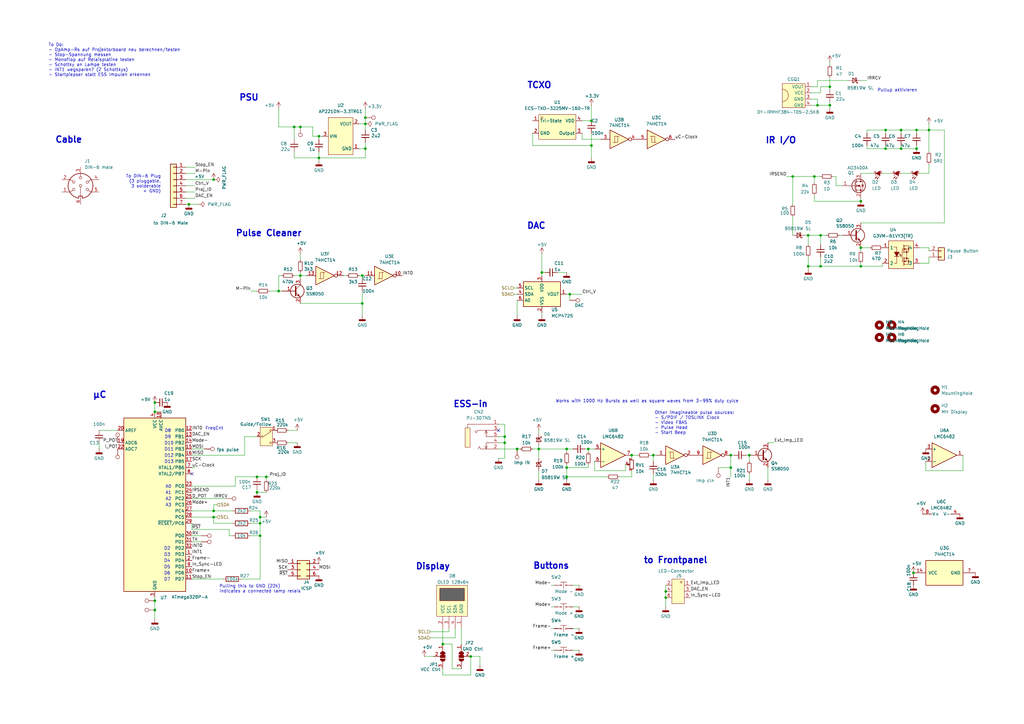
<source format=kicad_sch>
(kicad_sch (version 20231120) (generator "eeschema") (generator_version "8.0")
  (paper "A3")
  (title_block (title "Clockwork Controller") (date "2025-02-11") (rev "Rev.A") (company "filmkorn.org") (comment 1 "Friedemann Wachsmuth"))
  (junction (at 299.72 191.77))
  (junction (at 299.72 186.69))
  (junction (at 207.01 181.61))
  (junction (at 193.04 269.24))
  (junction (at 267.97 186.69))
  (junction (at 381 53.34))
  (junction (at 335.28 43.18))
  (junction (at 325.12 72.39))
  (junction (at 109.22 195.58))
  (junction (at 375.92 53.34))
  (junction (at 222.25 111.76))
  (junction (at 242.57 49.53))
  (junction (at 353.06 82.55))
  (junction (at 149.86 48.26))
  (junction (at 307.34 186.69))
  (junction (at 232.41 195.58))
  (junction (at 220.98 184.15))
  (junction (at 336.55 109.22))
  (junction (at 273.05 245.11))
  (junction (at 105.41 195.58))
  (junction (at 63.5 168.91))
  (junction (at 181.61 264.16))
  (junction (at 87.63 73.66))
  (junction (at 242.57 59.69))
  (junction (at 106.68 212.09))
  (junction (at 375.92 60.96))
  (junction (at 149.86 50.8))
  (junction (at 148.59 124.46))
  (junction (at 114.3 119.38))
  (junction (at 212.09 184.15))
  (junction (at 63.5 165.1))
  (junction (at 123.19 113.03))
  (junction (at 241.3 184.15))
  (junction (at 105.41 201.93))
  (junction (at 340.36 43.18))
  (junction (at 331.47 109.22))
  (junction (at 130.81 64.77))
  (junction (at 149.86 60.96))
  (junction (at 363.22 60.96))
  (junction (at 233.68 120.65))
  (junction (at 148.59 113.03))
  (junction (at 130.81 55.88))
  (junction (at 123.19 52.07))
  (junction (at 63.5 246.38))
  (junction (at 340.36 35.56))
  (junction (at 77.47 83.82))
  (junction (at 369.57 53.34))
  (junction (at 106.68 219.71))
  (junction (at 353.06 101.6))
  (junction (at 259.08 186.69))
  (junction (at 374.65 234.95))
  (junction (at 353.06 109.22))
  (junction (at 87.63 212.09))
  (junction (at 363.22 53.34))
  (junction (at 207.01 179.07))
  (junction (at 336.55 96.52))
  (junction (at 232.41 184.15))
  (junction (at 369.57 60.96))
  (junction (at 106.68 214.63))
  (junction (at 331.47 96.52))
  (junction (at 120.65 52.07))
  (junction (at 232.41 191.77))
  (junction (at 87.63 209.55))
  (junction (at 273.05 242.57))
  (junction (at 334.01 72.39))
  (junction (at 63.5 250.19))
  (no_connect (at 78.74 194.31))
  (no_connect (at 204.47 176.53))
  (wire (pts (xy 241.3 185.42) (xy 241.3 184.15)))
  (wire (pts (xy 353.06 101.6) (xy 353.06 102.87)))
  (wire (pts (xy 87.63 209.55) (xy 95.25 209.55)))
  (wire (pts (xy 222.25 111.76) (xy 222.25 113.03)))
  (wire (pts (xy 123.19 104.14) (xy 123.19 106.68)))
  (wire (pts (xy 149.86 48.26) (xy 149.86 50.8)))
  (wire (pts (xy 344.17 96.52) (xy 345.44 96.52)))
  (wire (pts (xy 204.47 181.61) (xy 207.01 181.61)))
  (wire (pts (xy 226.06 257.81) (xy 227.33 257.81)))
  (wire (pts (xy 93.98 217.17) (xy 78.74 217.17)))
  (wire (pts (xy 361.95 71.12) (xy 365.76 71.12)))
  (wire (pts (xy 234.95 257.81) (xy 237.49 257.81)))
  (wire (pts (xy 181.61 276.86) (xy 193.04 276.86)))
  (wire (pts (xy 340.36 43.18) (xy 335.28 43.18)))
  (wire (pts (xy 226.06 248.92) (xy 227.33 248.92)))
  (wire (pts (xy 78.74 204.47) (xy 92.71 204.47)))
  (wire (pts (xy 342.9 76.2) (xy 342.9 72.39)))
  (wire (pts (xy 248.92 195.58) (xy 232.41 195.58)))
  (wire (pts (xy 363.22 60.96) (xy 369.57 60.96)))
  (wire (pts (xy 114.3 52.07) (xy 120.65 52.07)))
  (wire (pts (xy 342.9 72.39) (xy 341.63 72.39)))
  (wire (pts (xy 335.28 40.64) (xy 335.28 43.18)))
  (wire (pts (xy 361.95 109.22) (xy 353.06 109.22)))
  (wire (pts (xy 331.47 96.52) (xy 331.47 100.33)))
  (wire (pts (xy 299.72 191.77) (xy 299.72 186.69)))
  (wire (pts (xy 381 53.34) (xy 375.92 53.34)))
  (wire (pts (xy 379.73 193.04) (xy 394.97 193.04)))
  (wire (pts (xy 123.19 52.07) (xy 128.27 52.07)))
  (wire (pts (xy 128.27 52.07) (xy 128.27 55.88)))
  (wire (pts (xy 220.98 184.15) (xy 232.41 184.15)))
  (wire (pts (xy 63.5 245.11) (xy 63.5 246.38)))
  (wire (pts (xy 335.28 33.02) (xy 347.98 33.02)))
  (wire (pts (xy 335.28 43.18) (xy 332.74 43.18)))
  (wire (pts (xy 207.01 179.07) (xy 207.01 181.61)))
  (wire (pts (xy 363.22 53.34) (xy 355.6 53.34)))
  (wire (pts (xy 353.06 101.6) (xy 356.87 101.6)))
  (wire (pts (xy 332.74 40.64) (xy 335.28 40.64)))
  (wire (pts (xy 377.19 71.12) (xy 381 71.12)))
  (wire (pts (xy 123.19 124.46) (xy 148.59 124.46)))
  (wire (pts (xy 149.86 60.96) (xy 149.86 64.77)))
  (wire (pts (xy 78.74 184.15) (xy 83.82 184.15)))
  (wire (pts (xy 223.52 111.76) (xy 222.25 111.76)))
  (wire (pts (xy 186.69 261.62) (xy 186.69 257.81)))
  (wire (pts (xy 331.47 109.22) (xy 336.55 109.22)))
  (wire (pts (xy 148.59 114.3) (xy 148.59 113.03)))
  (wire (pts (xy 369.57 53.34) (xy 369.57 54.61)))
  (wire (pts (xy 355.6 53.34) (xy 355.6 54.61)))
  (wire (pts (xy 130.81 55.88) (xy 132.08 55.88)))
  (wire (pts (xy 394.97 193.04) (xy 394.97 186.69)))
  (wire (pts (xy 363.22 59.69) (xy 363.22 60.96)))
  (wire (pts (xy 88.9 212.09) (xy 87.63 212.09)))
  (wire (pts (xy 220.98 176.53) (xy 220.98 177.8)))
  (wire (pts (xy 222.25 128.27) (xy 222.25 129.54)))
  (wire (pts (xy 189.23 274.32) (xy 185.42 274.32)))
  (wire (pts (xy 334.01 82.55) (xy 353.06 82.55)))
  (wire (pts (xy 109.22 195.58) (xy 110.49 195.58)))
  (wire (pts (xy 76.2 73.66) (xy 87.63 73.66)))
  (wire (pts (xy 242.57 43.18) (xy 242.57 49.53)))
  (wire (pts (xy 78.74 191.77) (xy 80.01 191.77)))
  (wire (pts (xy 114.3 113.03) (xy 114.3 119.38)))
  (wire (pts (xy 381 107.95) (xy 377.19 107.95)))
  (wire (pts (xy 259.08 193.04) (xy 259.08 195.58)))
  (wire (pts (xy 130.81 55.88) (xy 130.81 57.15)))
  (wire (pts (xy 375.92 54.61) (xy 375.92 53.34)))
  (wire (pts (xy 106.68 209.55) (xy 106.68 212.09)))
  (wire (pts (xy 114.3 44.45) (xy 114.3 52.07)))
  (wire (pts (xy 340.36 41.91) (xy 340.36 43.18)))
  (wire (pts (xy 355.6 60.96) (xy 363.22 60.96)))
  (wire (pts (xy 212.09 118.11) (xy 210.82 118.11)))
  (wire (pts (xy 369.57 71.12) (xy 373.38 71.12)))
  (wire (pts (xy 105.41 201.93) (xy 105.41 200.66)))
  (wire (pts (xy 78.74 212.09) (xy 87.63 212.09)))
  (wire (pts (xy 140.97 113.03) (xy 142.24 113.03)))
  (wire (pts (xy 102.87 209.55) (xy 106.68 209.55)))
  (wire (pts (xy 259.08 195.58) (xy 254 195.58)))
  (wire (pts (xy 332.74 35.56) (xy 335.28 35.56)))
  (wire (pts (xy 185.42 274.32) (xy 185.42 264.16)))
  (wire (pts (xy 149.86 64.77) (xy 130.81 64.77)))
  (wire (pts (xy 242.57 54.61) (xy 242.57 59.69)))
  (wire (pts (xy 102.87 214.63) (xy 106.68 214.63)))
  (wire (pts (xy 78.74 209.55) (xy 87.63 209.55)))
  (wire (pts (xy 96.52 195.58) (xy 105.41 195.58)))
  (wire (pts (xy 381 101.6) (xy 377.19 101.6)))
  (wire (pts (xy 76.2 78.74) (xy 80.01 78.74)))
  (wire (pts (xy 120.65 113.03) (xy 123.19 113.03)))
  (wire (pts (xy 381 101.6) (xy 381 102.87)))
  (wire (pts (xy 294.64 191.77) (xy 299.72 191.77)))
  (wire (pts (xy 340.36 25.4) (xy 340.36 26.67)))
  (wire (pts (xy 114.3 119.38) (xy 115.57 119.38)))
  (wire (pts (xy 340.36 31.75) (xy 340.36 35.56)))
  (wire (pts (xy 87.63 207.01) (xy 88.9 207.01)))
  (wire (pts (xy 226.06 240.03) (xy 227.33 240.03)))
  (wire (pts (xy 232.41 120.65) (xy 233.68 120.65)))
  (wire (pts (xy 336.55 105.41) (xy 336.55 109.22)))
  (wire (pts (xy 334.01 80.01) (xy 334.01 82.55)))
  (wire (pts (xy 193.04 276.86) (xy 193.04 269.24)))
  (wire (pts (xy 336.55 38.1) (xy 336.55 35.56)))
  (wire (pts (xy 204.47 187.96) (xy 207.01 187.96)))
  (wire (pts (xy 80.01 71.12) (xy 76.2 71.12)))
  (wire (pts (xy 232.41 196.85) (xy 232.41 195.58)))
  (wire (pts (xy 80.01 68.58) (xy 76.2 68.58)))
  (wire (pts (xy 306.07 186.69) (xy 307.34 186.69)))
  (wire (pts (xy 115.57 113.03) (xy 114.3 113.03)))
  (wire (pts (xy 106.68 214.63) (xy 106.68 219.71)))
  (wire (pts (xy 78.74 199.39) (xy 96.52 199.39)))
  (wire (pts (xy 96.52 195.58) (xy 96.52 199.39)))
  (wire (pts (xy 87.63 214.63) (xy 87.63 212.09)))
  (wire (pts (xy 77.47 83.82) (xy 76.2 83.82)))
  (wire (pts (xy 130.81 64.77) (xy 130.81 66.04)))
  (wire (pts (xy 77.47 83.82) (xy 81.28 83.82)))
  (wire (pts (xy 204.47 184.15) (xy 212.09 184.15)))
  (wire (pts (xy 242.57 64.77) (xy 242.57 59.69)))
  (wire (pts (xy 181.61 257.81) (xy 181.61 264.16)))
  (wire (pts (xy 238.76 57.15) (xy 246.38 57.15)))
  (wire (pts (xy 353.06 81.28) (xy 353.06 82.55)))
  (wire (pts (xy 123.19 114.3) (xy 123.19 113.03)))
  (wire (pts (xy 241.3 191.77) (xy 232.41 191.77)))
  (wire (pts (xy 336.55 96.52) (xy 339.09 96.52)))
  (wire (pts (xy 233.68 120.65) (xy 238.76 120.65)))
  (wire (pts (xy 93.98 219.71) (xy 93.98 217.17)))
  (wire (pts (xy 40.64 176.53) (xy 48.26 176.53)))
  (wire (pts (xy 232.41 184.15) (xy 234.95 184.15)))
  (wire (pts (xy 212.09 123.19) (xy 212.09 129.54)))
  (wire (pts (xy 241.3 190.5) (xy 241.3 191.77)))
  (wire (pts (xy 355.6 59.69) (xy 355.6 60.96)))
  (wire (pts (xy 120.65 57.15) (xy 120.65 52.07)))
  (wire (pts (xy 353.06 71.12) (xy 358.14 71.12)))
  (wire (pts (xy 307.34 194.31) (xy 307.34 196.85)))
  (wire (pts (xy 335.28 33.02) (xy 335.28 35.56)))
  (wire (pts (xy 148.59 119.38) (xy 148.59 124.46)))
  (wire (pts (xy 332.74 38.1) (xy 336.55 38.1)))
  (wire (pts (xy 110.49 119.38) (xy 114.3 119.38)))
  (wire (pts (xy 269.24 186.69) (xy 267.97 186.69)))
  (wire (pts (xy 232.41 191.77) (xy 232.41 195.58)))
  (wire (pts (xy 369.57 60.96) (xy 375.92 60.96)))
  (wire (pts (xy 63.5 168.91) (xy 63.5 165.1)))
  (wire (pts (xy 78.74 217.17) (xy 78.74 214.63)))
  (wire (pts (xy 340.36 35.56) (xy 340.36 36.83)))
  (wire (pts (xy 123.19 113.03) (xy 123.19 111.76)))
  (wire (pts (xy 148.59 113.03) (xy 149.86 113.03)))
  (wire (pts (xy 196.85 269.24) (xy 193.04 269.24)))
  (wire (pts (xy 267.97 186.69) (xy 267.97 189.23)))
  (wire (pts (xy 331.47 105.41) (xy 331.47 109.22)))
  (wire (pts (xy 120.65 64.77) (xy 120.65 62.23)))
  (wire (pts (xy 299.72 191.77) (xy 299.72 195.58)))
  (wire (pts (xy 207.01 179.07) (xy 204.47 179.07)))
  (wire (pts (xy 218.44 184.15) (xy 220.98 184.15)))
  (wire (pts (xy 130.81 64.77) (xy 120.65 64.77)))
  (wire (pts (xy 363.22 53.34) (xy 363.22 54.61)))
  (wire (pts (xy 149.86 60.96) (xy 149.86 58.42)))
  (wire (pts (xy 100.33 179.07) (xy 105.41 179.07)))
  (wire (pts (xy 234.95 240.03) (xy 237.49 240.03)))
  (wire (pts (xy 189.23 264.16) (xy 189.23 257.81)))
  (wire (pts (xy 148.59 129.54) (xy 148.59 124.46)))
  (wire (pts (xy 381 67.31) (xy 381 71.12)))
  (wire (pts (xy 273.05 242.57) (xy 273.05 245.11)))
  (wire (pts (xy 238.76 49.53) (xy 242.57 49.53)))
  (wire (pts (xy 218.44 54.61) (xy 218.44 59.69)))
  (wire (pts (xy 212.09 184.15) (xy 213.36 184.15)))
  (wire (pts (xy 336.55 35.56) (xy 340.36 35.56)))
  (wire (pts (xy 259.08 186.69) (xy 261.62 186.69)))
  (wire (pts (xy 100.33 186.69) (xy 78.74 186.69)))
  (wire (pts (xy 375.92 59.69) (xy 375.92 60.96)))
  (wire (pts (xy 63.5 250.19) (xy 63.5 254)))
  (wire (pts (xy 300.99 186.69) (xy 299.72 186.69)))
  (wire (pts (xy 334.01 72.39) (xy 336.55 72.39)))
  (wire (pts (xy 243.84 189.23) (xy 243.84 193.04)))
  (wire (pts (xy 105.41 201.93) (xy 109.22 201.93)))
  (wire (pts (xy 375.92 53.34) (xy 369.57 53.34)))
  (wire (pts (xy 87.63 214.63) (xy 95.25 214.63)))
  (wire (pts (xy 78.74 237.49) (xy 91.44 237.49)))
  (wire (pts (xy 100.33 179.07) (xy 100.33 186.69)))
  (wire (pts (xy 381 53.34) (xy 381 50.8)))
  (wire (pts (xy 322.58 72.39) (xy 325.12 72.39)))
  (wire (pts (xy 369.57 53.34) (xy 363.22 53.34)))
  (wire (pts (xy 220.98 182.88) (xy 220.98 184.15)))
  (wire (pts (xy 63.5 246.38) (xy 63.5 250.19)))
  (wire (pts (xy 273.05 245.11) (xy 273.05 248.92)))
  (wire (pts (xy 325.12 88.9) (xy 325.12 96.52)))
  (wire (pts (xy 232.41 190.5) (xy 232.41 191.77)))
  (wire (pts (xy 234.95 266.7) (xy 237.49 266.7)))
  (wire (pts (xy 109.22 195.58) (xy 109.22 196.85)))
  (wire (pts (xy 102.87 219.71) (xy 106.68 219.71)))
  (wire (pts (xy 243.84 193.04) (xy 256.54 193.04)))
  (wire (pts (xy 353.06 91.44) (xy 387.35 91.44)))
  (wire (pts (xy 80.01 76.2) (xy 76.2 76.2)))
  (wire (pts (xy 267.97 194.31) (xy 267.97 196.85)))
  (wire (pts (xy 379.73 189.23) (xy 379.73 193.04)))
  (wire (pts (xy 340.36 43.18) (xy 340.36 44.45)))
  (wire (pts (xy 334.01 72.39) (xy 334.01 74.93)))
  (wire (pts (xy 325.12 72.39) (xy 325.12 83.82)))
  (wire (pts (xy 207.01 173.99) (xy 207.01 179.07)))
  (wire (pts (xy 82.55 219.71) (xy 78.74 219.71)))
  (wire (pts (xy 241.3 184.15) (xy 243.84 184.15)))
  (wire (pts (xy 149.86 50.8) (xy 149.86 53.34)))
  (wire (pts (xy 259.08 186.69) (xy 259.08 187.96)))
  (wire (pts (xy 353.06 107.95) (xy 353.06 109.22)))
  (wire (pts (xy 196.85 269.24) (xy 196.85 273.05)))
  (wire (pts (xy 102.87 119.38) (xy 105.41 119.38)))
  (wire (pts (xy 314.96 191.77) (xy 314.96 196.85)))
  (wire (pts (xy 228.6 111.76) (xy 232.41 111.76)))
  (wire (pts (xy 149.86 44.45) (xy 149.86 48.26)))
  (wire (pts (xy 176.53 261.62) (xy 186.69 261.62)))
  (wire (pts (xy 118.11 176.53) (xy 121.92 176.53)))
  (wire (pts (xy 330.2 96.52) (xy 331.47 96.52)))
  (wire (pts (xy 128.27 55.88) (xy 130.81 55.88)))
  (wire (pts (xy 105.41 195.58) (xy 109.22 195.58)))
  (wire (pts (xy 147.32 113.03) (xy 148.59 113.03)))
  (wire (pts (xy 336.55 109.22) (xy 353.06 109.22)))
  (wire (pts (xy 273.05 240.03) (xy 273.05 242.57)))
  (wire (pts (xy 99.06 237.49) (xy 106.68 237.49)))
  (wire (pts (xy 80.01 81.28) (xy 76.2 81.28)))
  (wire (pts (xy 314.96 181.61) (xy 317.5 181.61)))
  (wire (pts (xy 130.81 62.23) (xy 130.81 64.77)))
  (wire (pts (xy 336.55 96.52) (xy 336.55 100.33)))
  (wire (pts (xy 232.41 184.15) (xy 232.41 185.42)))
  (wire (pts (xy 233.68 120.65) (xy 233.68 123.19)))
  (wire (pts (xy 106.68 212.09) (xy 106.68 214.63)))
  (wire (pts (xy 331.47 109.22) (xy 331.47 110.49)))
  (wire (pts (xy 381 105.41) (xy 381 107.95)))
  (wire (pts (xy 40.64 181.61) (xy 40.64 184.15)))
  (wire (pts (xy 218.44 59.69) (xy 242.57 59.69)))
  (wire (pts (xy 147.32 60.96) (xy 149.86 60.96)))
  (wire (pts (xy 256.54 193.04) (xy 256.54 190.5)))
  (wire (pts (xy 387.35 53.34) (xy 381 53.34)))
  (wire (pts (xy 220.98 184.15) (xy 220.98 187.96)))
  (wire (pts (xy 87.63 207.01) (xy 87.63 209.55)))
  (wire (pts (xy 63.5 168.91) (xy 66.04 168.91)))
  (wire (pts (xy 181.61 274.32) (xy 181.61 276.86)))
  (wire (pts (xy 325.12 72.39) (xy 334.01 72.39)))
  (wire (pts (xy 82.55 222.25) (xy 78.74 222.25)))
  (wire (pts (xy 173.99 269.24) (xy 177.8 269.24)))
  (wire (pts (xy 234.95 248.92) (xy 237.49 248.92)))
  (wire (pts (xy 212.09 120.65) (xy 210.82 120.65)))
  (wire (pts (xy 226.06 266.7) (xy 227.33 266.7)))
  (wire (pts (xy 381 53.34) (xy 381 62.23)))
  (wire (pts (xy 387.35 91.44) (xy 387.35 53.34)))
  (wire (pts (xy 331.47 96.52) (xy 336.55 96.52)))
  (wire (pts (xy 109.22 212.09) (xy 106.68 212.09)))
  (wire (pts (xy 307.34 186.69) (xy 307.34 189.23)))
  (wire (pts (xy 123.19 113.03) (xy 125.73 113.03)))
  (wire (pts (xy 240.03 184.15) (xy 241.3 184.15)))
  (wire (pts (xy 120.65 52.07) (xy 123.19 52.07)))
  (wire (pts (xy 176.53 259.08) (xy 184.15 259.08)))
  (wire (pts (xy 93.98 219.71) (xy 95.25 219.71)))
  (wire (pts (xy 185.42 264.16) (xy 181.61 264.16)))
  (wire (pts (xy 207.01 181.61) (xy 207.01 187.96)))
  (wire (pts (xy 361.95 107.95) (xy 361.95 109.22)))
  (wire (pts (xy 184.15 259.08) (xy 184.15 257.81)))
  (wire (pts (xy 220.98 193.04) (xy 220.98 196.85)))
  (wire (pts (xy 222.25 104.14) (xy 222.25 111.76)))
  (wire (pts (xy 238.76 54.61) (xy 238.76 57.15)))
  (wire (pts (xy 353.06 33.02) (xy 355.6 33.02)))
  (wire (pts (xy 106.68 237.49) (xy 106.68 219.71)))
  (wire (pts (xy 118.11 181.61) (xy 121.92 181.61)))
  (wire (pts (xy 204.47 173.99) (xy 207.01 173.99)))
  (wire (pts (xy 147.32 50.8) (xy 149.86 50.8)))
  (wire (pts (xy 342.9 76.2) (xy 345.44 76.2)))
  (wire (pts (xy 369.57 59.69) (xy 369.57 60.96)))
  (wire (pts (xy 266.7 186.69) (xy 267.97 186.69)))
  (text "D10" (at 69.342 181.864 0) (effects (font (size 1.27 1.27))))
  (text "Pullup aktivieren" (at 368.046 37.084 0) (effects (font (size 1.27 1.27))))
  (text "Display" (at 177.546 232.41 0) (effects (font (size 2.54 2.54) (thickness 0.508) (bold yes))))
  (text "D2" (at 68.58 225.044 0) (effects (font (size 1.27 1.27))))
  (text "D7" (at 68.58 237.744 0) (effects (font (size 1.27 1.27))))
  (text "D6" (at 68.58 235.204 0) (effects (font (size 1.27 1.27))))
  (text "Other imagineable pulse sources:\n- S/PDIF / TOSLINK Clock\n- Video FBAS\n- Pulse Head\n- Start Beep" (at 268.478 173.482 0) (effects (font (size 1.27 1.27)) (justify left)))
  (text "D13" (at 69.342 189.484 0) (effects (font (size 1.27 1.27))))
  (text "A0" (at 69.088 199.644 0) (effects (font (size 1.27 1.27))))
  (text "µC" (at 40.894 162.052 0) (effects (font (size 2.54 2.54) (thickness 0.508) (bold yes))))
  (text "D4" (at 68.58 230.124 0) (effects (font (size 1.27 1.27))))
  (text "A1" (at 69.088 202.184 0) (effects (font (size 1.27 1.27))))
  (text "D3" (at 68.58 227.584 0) (effects (font (size 1.27 1.27))))
  (text "Buttons" (at 226.06 232.156 0) (effects (font (size 2.54 2.54) (thickness 0.508) (bold yes))))
  (text "to Frontpanel" (at 277.114 229.87 0) (effects (font (size 2.54 2.54) (thickness 0.508) (bold yes))))
  (text "A3" (at 69.088 207.264 0) (effects (font (size 1.27 1.27))))
  (text "Pulling this to GND (22k)\nindicates a connected lamp relais" (at 89.916 241.554 0) (effects (font (size 1.27 1.27)) (justify left)))
  (text "To Do:\n- OpAmp-Rs auf Projektorboard neu berechnen/testen\n- Stop-Spannung messen\n- Monoflop auf Relaisplatine testen\n- Schottky an Lampe testen\n- INT1 wegsparen? (2 Schottkys)\n- Startpiepser statt ESS Impulen erkennen\n" (at 19.812 17.78 0) (effects (font (size 1.27 1.27)) (justify left top)))
  (text "Pulse Cleaner" (at 110.236 95.758 0) (effects (font (size 2.54 2.54) (thickness 0.508) (bold yes))))
  (text "Cable" (at 28.194 57.404 0) (effects (font (size 2.54 2.54) (thickness 0.508) (bold yes))))
  (text "D11" (at 69.342 184.404 0) (effects (font (size 1.27 1.27))))
  (text "TCXO" (at 221.234 35.052 0) (effects (font (size 2.54 2.54) (thickness 0.508) (bold yes))))
  (text "DAC" (at 219.964 92.71 0) (effects (font (size 2.54 2.54) (thickness 0.508) (bold yes))))
  (text "D8" (at 68.834 176.784 0) (effects (font (size 1.27 1.27))))
  (text "Works with 1000 Hz Bursts as well as square waves from 3-99% duty cylce" (at 265.43 164.592 0) (effects (font (size 1.27 1.27))))
  (text "A2" (at 69.088 204.724 0) (effects (font (size 1.27 1.27))))
  (text "FreqCnt" (at 87.884 175.768 0) (effects (font (size 1.27 1.27))))
  (text "ESS-in" (at 193.04 165.862 0) (effects (font (size 2.54 2.54) (thickness 0.508) (bold yes))))
  (text "PSU" (at 102.108 40.132 0) (effects (font (size 2.54 2.54) (thickness 0.508) (bold yes))))
  (text "D12" (at 69.342 186.944 0) (effects (font (size 1.27 1.27))))
  (text "D5" (at 68.58 232.664 0) (effects (font (size 1.27 1.27))))
  (text "To DIN-6 Plug\n(3 pluggable,\n3 solderable\n+ GND)" (at 66.04 75.438 0) (effects (font (size 1.27 1.27)) (justify right)))
  (text "IR I/O" (at 320.294 57.658 0) (effects (font (size 2.54 2.54) (thickness 0.508) (bold yes))))
  (text "D9" (at 68.834 179.324 0) (effects (font (size 1.27 1.27))))
  (label "MISO" (at 78.74 186.69 0))
  (label "Proj_ID" (at 110.49 195.58 0))
  (label "RX" (at 78.74 219.71 0))
  (label "Mode-" (at 226.06 240.03 180))
  (label "Frame+" (at 226.06 266.7 180))
  (label "Mode+" (at 226.06 248.92 180))
  (label "INT1" (at 78.74 227.33 0))
  (label "M-Pin" (at 102.87 119.38 180))
  (label "I_POT" (at 48.26 184.15 180))
  (label "SCK" (at 118.11 233.68 180))
  (label "Frame+" (at 78.74 234.95 0))
  (label "In_Sync-LED" (at 78.74 232.41 0))
  (label "In_Sync-LED" (at 283.21 245.11 0))
  (label "INT0" (at 78.74 224.79 0))
  (label "INT1" (at 299.72 195.58 270))
  (label "MOSI" (at 78.74 184.15 0))
  (label "Stop_EN" (at 78.74 237.49 0))
  (label "SCK" (at 78.74 189.23 0))
  (label "DAC_EN" (at 283.21 242.57 0))
  (label "Ext_Imp_LED" (at 283.21 240.03 0))
  (label "IRSEND" (at 322.58 72.39 180))
  (label "IRRCV" (at 87.63 204.47 0))
  (label "uC-Clock" (at 276.86 57.15 0))
  (label "Stop_EN" (at 80.01 68.58 0))
  (label "Ctrl_V" (at 80.01 76.2 0))
  (label "Ext_Imp_LED" (at 317.5 181.61 0))
  (label "Frame-" (at 78.74 229.87 0))
  (label "P_POT" (at 48.26 181.61 180))
  (label "~{RST}" (at 78.74 217.17 0))
  (label "IRSEND" (at 78.74 201.93 0))
  (label "DAC_EN" (at 80.01 81.28 0))
  (label "D_POT" (at 78.74 204.47 0))
  (label "TX" (at 78.74 222.25 0))
  (label "MISO" (at 118.11 231.14 180))
  (label "Proj_ID" (at 80.01 78.74 0))
  (label "INT0" (at 165.1 113.03 0))
  (label "Mode-" (at 78.74 181.61 0))
  (label "Frame-" (at 226.06 257.81 180))
  (label "~{RST}" (at 118.11 236.22 180))
  (label "uC-Clock" (at 78.74 191.77 0))
  (label "MOSI" (at 130.81 233.68 0))
  (label "Ctrl_V" (at 238.76 120.65 0))
  (label "IRRCV" (at 355.6 33.02 0))
  (label "INT0" (at 78.74 176.53 0))
  (label "Mode+" (at 78.74 207.01 0))
  (label "M-Pin" (at 80.01 71.12 0))
  (label "DAC_EN" (at 78.74 179.07 0))
  (hierarchical_label "SDA" (shape input) (at 88.9 207.01 0))
  (hierarchical_label "SCL" (shape input) (at 88.9 212.09 0))
  (hierarchical_label "SCL" (shape input) (at 176.53 259.08 180))
  (hierarchical_label "SDA" (shape input) (at 176.53 261.62 180))
  (hierarchical_label "SDA" (shape input) (at 210.82 120.65 180))
  (hierarchical_label "SCL" (shape input) (at 210.82 118.11 180))
  (symbol (lib_id "easyEDA:SW-C455116-nicer") (at 231.14 240.03 0) (mirror y) (unit 1)
    (property "Reference" "SW2" (at 228.092 236.728 0))
    (property "Value" "Mode -" (at 231.394 242.57 0))
    (property "Footprint" "easyEDA:SW-SMD_4P-L6.0-W6.0-P4.50-LS9.0-H11.5" (effects (hide yes)))
    (property "Datasheet" "https://lcsc.com/product-detail/Others_Omron-Electronics_B3F-5000_Omron-Electronics-B3F-5000_C93156.html" (effects (hide yes)))
    (property "Description" "Push button switch, generic, two pins" (effects (hide yes)))
    (property "LCSC" "C455123" (effects (hide yes)))
    (property "LCSC Part" "C93156" (effects (hide yes)))
  )
  (symbol (lib_id "Peacemans Teile:74HCT14") (at 133.35 113.03 0) (unit 6)
    (property "Reference" "U3" (at 133.35 104.14 0))
    (property "Value" "74HCT14" (at 133.35 106.68 0))
    (property "Footprint" "Package_SO:TSSOP-14_4.4x5mm_P0.65mm" (effects (hide yes)))
    (property "Datasheet" "https://www.ti.com/lit/ds/symlink/sn74hct14.pdf" (effects (hide yes)))
    (property "Description" "Hex inverter schmitt trigger" (effects (hide yes)))
    (property "LCSC" "C5968" (effects (hide yes)))
  )
  (symbol (lib_id "Peacemans Teile:TestPoint_named") (at 212.09 184.15 180) (unit 1)
    (property "Reference" "TP9" (effects (hide yes)))
    (property "Value" "Imp IN" (at 210.82 189.738 0) (effects (justify right)))
    (property "Footprint" "TestPoint:TestPoint_THTPad_1.5x1.5mm_Drill0.7mm" (effects (hide yes)))
    (property "Description" "test point" (effects (hide yes)))
  )
  (symbol (lib_id "Peacemans Teile:TestPoint_named") (at 82.55 222.25 270) (unit 1)
    (property "Reference" "TP13" (effects (hide yes)))
    (property "Value" "Tx" (effects (hide yes)))
    (property "Footprint" "TestPoint:TestPoint_THTPad_1.5x1.5mm_Drill0.7mm" (effects (hide yes)))
    (property "Description" "test point" (effects (hide yes)))
  )
  (symbol (lib_id "power:GNDD") (at 400.05 234.95 0) (unit 1)
    (property "Reference" "#PWR038" (effects (hide yes)))
    (property "Value" "GND" (at 400.05 238.76 0))
    (property "Description" "Power symbol creates a global label with name \"GNDD\" , digital ground" (effects (hide yes)))
  )
  (symbol (lib_id "Device:R_Potentiometer_Small") (at 259.08 190.5 180) (unit 1)
    (property "Reference" "RV1" (at 260.604 190.754 0) (effects (justify right)))
    (property "Value" "10k" (at 260.604 193.294 0) (effects (justify right)))
    (property "Footprint" "easyEDA:RES-SMD_RK10J11R0A0H_fixed" (effects (hide yes)))
    (property "Datasheet" "https://www.mouser.de/datasheet/2/15/RKJ1-1370680.pdf" (effects (hide yes)))
    (property "Description" "Potentiometer" (effects (hide yes)))
    (property "LCSC" "C470766" (effects (hide yes)))
  )
  (symbol (lib_id "Peacemans Teile:74HCT14") (at 254 57.15 0) (unit 2)
    (property "Reference" "U3" (at 254 49.0982 0))
    (property "Value" "74HCT14" (at 254 51.4096 0))
    (property "Footprint" "Package_SO:TSSOP-14_4.4x5mm_P0.65mm" (effects (hide yes)))
    (property "Datasheet" "https://www.ti.com/lit/ds/symlink/sn74hct14.pdf" (effects (hide yes)))
    (property "Description" "Hex inverter schmitt trigger" (effects (hide yes)))
    (property "LCSC" "C5968" (effects (hide yes)))
  )
  (symbol (lib_name "SolderJumper_3_Bridged12_1") (lib_id "Jumper:SolderJumper_3_Bridged12") (at 189.23 269.24 90) (mirror x) (unit 1) (exclude_from_sim yes) (in_bom no)
    (property "Reference" "JP2" (at 194.31 263.652 90) (effects (justify left)))
    (property "Value" "GND Ctrl" (at 198.12 266.192 90) (effects (justify left)))
    (property "Footprint" "Jumper:SolderJumper-3_P1.3mm_Bridged2Bar12_RoundedPad1.0x1.5mm" (effects (hide yes)))
    (property "Description" "3-pole Solder Jumper, pins 1+2 closed/bridged" (effects (hide yes)))
  )
  (symbol (lib_id "power:GNDD") (at 232.41 196.85 0) (unit 1)
    (property "Reference" "#PWR028" (effects (hide yes)))
    (property "Value" "GND" (at 232.41 200.66 0))
    (property "Description" "Power symbol creates a global label with name \"GNDD\" , digital ground" (effects (hide yes)))
  )
  (symbol (lib_id "Peacemans Teile:74HCT14") (at 387.35 234.95 90) (unit 7)
    (property "Reference" "U3" (at 387.35 224.79 90))
    (property "Value" "74HCT14" (at 387.35 227.33 90))
    (property "Footprint" "Package_SO:TSSOP-14_4.4x5mm_P0.65mm" (effects (hide yes)))
    (property "Datasheet" "https://www.ti.com/lit/ds/symlink/sn74hct14.pdf" (effects (hide yes)))
    (property "Description" "Hex inverter schmitt trigger" (effects (hide yes)))
    (property "LCSC" "C5968" (effects (hide yes)))
  )
  (symbol (lib_id "Connector_Generic:Conn_02x03_Odd_Even") (at 123.19 233.68 0) (unit 1)
    (property "Reference" "J4" (at 125.73 238.76 0))
    (property "Value" "ICSP" (at 125.73 241.3 0))
    (property "Footprint" "Peacemans Teile:PinHeader_2x03_P2.54mm_Vertical_displaced" (effects (hide yes)))
    (property "Description" "Generic connector, double row, 02x03, odd/even pin numbering scheme (row 1 odd numbers, row 2 even numbers), script generated (kicad-library-utils/schlib/autogen/connector/)" (effects (hide yes)))
  )
  (symbol (lib_id "MCU_Microchip_ATmega:ATmega328P-A") (at 63.5 207.01 0) (unit 1)
    (property "Reference" "U7" (at 65.6941 245.11 0) (effects (justify left)))
    (property "Value" "ATmega328P-A" (at 70.358 244.856 0) (effects (justify left)))
    (property "Footprint" "Package_QFP:TQFP-32_7x7mm_P0.8mm" (effects (hide yes)))
    (property "Datasheet" "http://ww1.microchip.com/downloads/en/DeviceDoc/ATmega328_P%20AVR%20MCU%20with%20picoPower%20Technology%20Data%20Sheet%2040001984A.pdf" (effects (hide yes)))
    (property "Description" "20MHz, 32kB Flash, 2kB SRAM, 1kB EEPROM, TQFP-32" (effects (hide yes)))
    (property "LCSC" "C14877" (effects (hide yes)))
  )
  (symbol (lib_id "power:GNDD") (at 340.36 44.45 0) (mirror y) (unit 1)
    (property "Reference" "#PWR05" (effects (hide yes)))
    (property "Value" "GND" (at 340.36 48.26 0))
    (property "Description" "Power symbol creates a global label with name \"GNDD\" , digital ground" (effects (hide yes)))
  )
  (symbol (lib_id "power:GNDD") (at 242.57 64.77 0) (unit 1)
    (property "Reference" "#PWR08" (effects (hide yes)))
    (property "Value" "GND" (at 242.57 68.58 0))
    (property "Description" "Power symbol creates a global label with name \"GNDD\" , digital ground" (effects (hide yes)))
  )
  (symbol (lib_id "easyEDA:ZX-PM2.0-2-3PY") (at 278.13 242.57 0) (mirror y) (unit 1)
    (property "Reference" "J5" (at 279.654 236.22 0) (effects (justify left)))
    (property "Value" "LED-Connector" (at 284.734 234.188 0) (effects (justify left)))
    (property "Footprint" "easyEDA:HDR-TH_6P-P2.00-V-F-R2-C3-S2.00-2" (effects (hide yes)))
    (property "Datasheet" "https://www.lcsc.com/datasheet/lcsc_datasheet_2410121623_Megastar-ZX-PM2-0-2-3PY_C7499367.pdf" (effects (hide yes)))
    (property "Description" "Generic connector, single row, 01x04, script generated" (effects (hide yes)))
    (property "LCSC" "C7499367" (effects (hide yes)))
    (property "LCSC Part" "C7499367" (effects (hide yes)))
  )
  (symbol (lib_id "Mechanical:MountingHole") (at 365.76 133.35 0) (unit 1) (exclude_from_sim yes) (in_bom no)
    (property "Reference" "H4" (at 368.3 132.0799 0) (effects (justify left)))
    (property "Value" "MountingHole" (at 368.3 134.6199 0) (effects (justify left)))
    (property "Footprint" "MountingHole:MountingHole_3.2mm_M3_DIN965" (effects (hide yes)))
    (property "Description" "Mounting Hole without connection" (effects (hide yes)))
  )
  (symbol (lib_id "Device:R_Small") (at 381 64.77 0) (mirror y) (unit 1)
    (property "Reference" "R2" (at 384.81 63.5 0))
    (property "Value" "5R1" (at 384.81 66.04 0))
    (property "Footprint" "Resistor_SMD:R_0805_2012Metric" (effects (hide yes)))
    (property "Datasheet" "https://www.lcsc.com/datasheet/lcsc_datasheet_2411221126_UNI-ROYAL-Uniroyal-Elec-0805W8F510KT5E_C17724.pdf" (effects (hide yes)))
    (property "Description" "Resistor, small symbol" (effects (hide yes)))
    (property "LCSC" "C17724" (effects (hide yes)))
  )
  (symbol (lib_id "power:+3.3V") (at 242.57 43.18 0) (mirror y) (unit 1)
    (property "Reference" "#PWR02" (effects (hide yes)))
    (property "Value" "+3.3V" (at 242.824 39.37 0))
    (property "Description" "Power symbol creates a global label with name \"+3.3V\"" (effects (hide yes)))
  )
  (symbol (lib_id "Device:D_Schottky_Small") (at 327.66 96.52 180) (unit 1)
    (property "Reference" "D5" (at 332.74 91.186 0) (effects (justify left)))
    (property "Value" "B5819W SL" (at 332.74 93.726 0) (effects (justify left)))
    (property "Footprint" "Diode_SMD:D_SOD-123" (effects (hide yes)))
    (property "Datasheet" "https://www.lcsc.com/datasheet/lcsc_datasheet_2410121257_Jiangsu-Changjing-Electronics-Technology-Co---Ltd--B5819W-SL_C8598.pdf" (effects (hide yes)))
    (property "Description" "Schottky diode, small symbol" (effects (hide yes)))
    (property "LCSC" "C8598" (effects (hide yes)))
  )
  (symbol (lib_id "power:GNDD") (at 196.85 273.05 0) (unit 1)
    (property "Reference" "#PWR048" (effects (hide yes)))
    (property "Value" "GND" (at 196.85 276.86 0))
    (property "Description" "Power symbol creates a global label with name \"GNDD\" , digital ground" (effects (hide yes)))
  )
  (symbol (lib_id "Device:R_Small") (at 215.9 184.15 270) (unit 1)
    (property "Reference" "R17" (at 215.9 179.07 90))
    (property "Value" "10k" (at 215.9 181.61 90))
    (property "Footprint" "Resistor_SMD:R_0603_1608Metric" (effects (hide yes)))
    (property "Datasheet" "https://www.lcsc.com/datasheet/lcsc_datasheet_2411221127_UNI-ROYAL-Uniroyal-Elec-0603WAF1002T5E_C25804.pdf" (effects (hide yes)))
    (property "LCSC" "C25804" (effects (hide yes)))
  )
  (symbol (lib_id "easyEDA:SW-C455116-nicer") (at 231.14 257.81 0) (mirror y) (unit 1)
    (property "Reference" "SW4" (at 228.092 254.508 0))
    (property "Value" "Frame -" (at 231.394 260.35 0))
    (property "Footprint" "easyEDA:SW-SMD_4P-L6.0-W6.0-P4.50-LS9.0-H11.5" (effects (hide yes)))
    (property "Datasheet" "https://lcsc.com/product-detail/Others_Omron-Electronics_B3F-5000_Omron-Electronics-B3F-5000_C93156.html" (effects (hide yes)))
    (property "Description" "Push button switch, generic, two pins" (effects (hide yes)))
    (property "LCSC" "C455123" (effects (hide yes)))
    (property "LCSC Part" "C93156" (effects (hide yes)))
  )
  (symbol (lib_id "Mechanical:MountingHole") (at 360.68 138.43 0) (unit 1) (exclude_from_sim yes) (in_bom no)
    (property "Reference" "H5" (at 363.22 137.1599 0) (effects (justify left)))
    (property "Value" "MountingHole" (at 363.22 139.6999 0) (effects (justify left)))
    (property "Footprint" "MountingHole:MountingHole_3.2mm_M3_DIN965" (effects (hide yes)))
    (property "Description" "Mounting Hole without connection" (effects (hide yes)))
  )
  (symbol (lib_id "power:+5V") (at 123.19 104.14 0) (unit 1)
    (property "Reference" "#PWR013" (effects (hide yes)))
    (property "Value" "+5V" (at 123.571 99.7458 0))
    (property "Description" "Power symbol creates a global label with name \"+5V\"" (effects (hide yes)))
  )
  (symbol (lib_id "Device:C_Small") (at 303.53 186.69 270) (unit 1)
    (property "Reference" "C15" (at 302.514 181.61 90) (effects (justify left)))
    (property "Value" "100n" (at 302.768 183.388 90) (effects (justify left)))
    (property "Footprint" "Capacitor_SMD:C_0603_1608Metric" (effects (hide yes)))
    (property "LCSC" "C14663" (effects (hide yes)))
  )
  (symbol (lib_id "Device:D_Schottky_Small") (at 220.98 190.5 270) (unit 1)
    (property "Reference" "D7" (at 221.996 193.294 90) (effects (justify left)))
    (property "Value" "B5819W SL" (at 221.996 195.834 90) (effects (justify left)))
    (property "Footprint" "Diode_SMD:D_SOD-123" (effects (hide yes)))
    (property "Datasheet" "https://www.lcsc.com/datasheet/lcsc_datasheet_2410121257_Jiangsu-Changjing-Electronics-Technology-Co---Ltd--B5819W-SL_C8598.pdf" (effects (hide yes)))
    (property "Description" "Schottky diode, small symbol" (effects (hide yes)))
    (property "LCSC" "C8598" (effects (hide yes)))
  )
  (symbol (lib_id "Device:R_Small") (at 264.16 186.69 90) (mirror x) (unit 1)
    (property "Reference" "R18" (at 264.16 181.61 90))
    (property "Value" "10k" (at 264.16 184.15 90))
    (property "Footprint" "Resistor_SMD:R_0603_1608Metric" (effects (hide yes)))
    (property "Datasheet" "https://www.lcsc.com/datasheet/lcsc_datasheet_2411221127_UNI-ROYAL-Uniroyal-Elec-0603WAF1002T5E_C25804.pdf" (effects (hide yes)))
    (property "LCSC" "C25804" (effects (hide yes)))
  )
  (symbol (lib_id "Device:C_Small") (at 363.22 57.15 0) (mirror y) (unit 1)
    (property "Reference" "C5" (at 358.14 55.88 0) (effects (justify right)))
    (property "Value" "47u" (at 356.87 59.69 0) (effects (justify right)))
    (property "Footprint" "Capacitor_SMD:C_1206_3216Metric" (effects (hide yes)))
    (property "Datasheet" "https://datasheet.lcsc.com/lcsc/1810301816_Samsung-Electro-Mechanics-CL31A107MQHNNNE_C15008.pdf" (effects (hide yes)))
    (property "LCSC" "C15008" (effects (hide yes)))
  )
  (symbol (lib_id "Device:C_Small") (at 242.57 52.07 0) (unit 1)
    (property "Reference" "C2" (at 242.57 49.53 0) (effects (justify left)))
    (property "Value" "100n" (at 242.57 54.61 0) (effects (justify left)))
    (property "Footprint" "Capacitor_SMD:C_0603_1608Metric" (effects (hide yes)))
    (property "LCSC" "C14663" (effects (hide yes)))
  )
  (symbol (lib_id "easyEDA:SW-C455116-nicer") (at 231.14 266.7 0) (mirror y) (unit 1)
    (property "Reference" "SW5" (at 228.092 263.398 0))
    (property "Value" "Frame +" (at 231.394 269.24 0))
    (property "Footprint" "easyEDA:SW-SMD_4P-L6.0-W6.0-P4.50-LS9.0-H11.5" (effects (hide yes)))
    (property "Datasheet" "https://lcsc.com/product-detail/Others_Omron-Electronics_B3F-5000_Omron-Electronics-B3F-5000_C93156.html" (effects (hide yes)))
    (property "Description" "Push button switch, generic, two pins" (effects (hide yes)))
    (property "LCSC" "C455123" (effects (hide yes)))
    (property "LCSC Part" "C93156" (effects (hide yes)))
  )
  (symbol (lib_id "Device:R_Small") (at 334.01 77.47 0) (unit 1)
    (property "Reference" "R4" (at 330.2 76.2 0))
    (property "Value" "22k" (at 330.2 78.74 0))
    (property "Footprint" "Resistor_SMD:R_0603_1608Metric" (effects (hide yes)))
    (property "Datasheet" "https://www.lcsc.com/datasheet/lcsc_datasheet_2411221127_UNI-ROYAL-Uniroyal-Elec-0603WAF2202T5E_C31850.pdf" (effects (hide yes)))
    (property "Description" "Resistor, small symbol" (effects (hide yes)))
    (property "LCSC" "C31850" (effects (hide yes)))
  )
  (symbol (lib_id "power:GNDD") (at 40.64 184.15 0) (unit 1)
    (property "Reference" "#PWR024" (effects (hide yes)))
    (property "Value" "GND" (at 40.64 187.96 0))
    (property "Description" "Power symbol creates a global label with name \"GNDD\" , digital ground" (effects (hide yes)))
  )
  (symbol (lib_id "Mechanical:MountingHole") (at 365.76 138.43 0) (unit 1) (exclude_from_sim yes) (in_bom no)
    (property "Reference" "H6" (at 368.3 137.1599 0) (effects (justify left)))
    (property "Value" "MountingHole" (at 368.3 139.6999 0) (effects (justify left)))
    (property "Footprint" "MountingHole:MountingHole_3.2mm_M3_DIN965" (effects (hide yes)))
    (property "Description" "Mounting Hole without connection" (effects (hide yes)))
  )
  (symbol (lib_id "Peacemans Teile:74HCT14") (at 157.48 113.03 0) (unit 5)
    (property "Reference" "U3" (at 159.766 105.156 0))
    (property "Value" "74HCT14" (at 159.766 107.696 0))
    (property "Footprint" "Package_SO:TSSOP-14_4.4x5mm_P0.65mm" (effects (hide yes)))
    (property "Datasheet" "https://www.ti.com/lit/ds/symlink/sn74hct14.pdf" (effects (hide yes)))
    (property "Description" "Hex inverter schmitt trigger" (effects (hide yes)))
    (property "LCSC" "C5968" (effects (hide yes)))
  )
  (symbol (lib_id "power:+5V") (at 63.5 165.1 0) (unit 1)
    (property "Reference" "#PWR020" (effects (hide yes)))
    (property "Value" "+5V" (at 59.69 163.83 0))
    (property "Description" "Power symbol creates a global label with name \"+5V\"" (effects (hide yes)))
  )
  (symbol (lib_id "power:GNDD") (at 353.06 82.55 0) (unit 1)
    (property "Reference" "#PWR011" (effects (hide yes)))
    (property "Value" "GND" (at 353.06 86.36 0))
    (property "Description" "Power symbol creates a global label with name \"GNDD\" , digital ground" (effects (hide yes)))
  )
  (symbol (lib_id "Peacemans Teile:TestPoint_named") (at 123.19 52.07 0) (mirror x) (unit 1)
    (property "Reference" "TP2" (effects (hide yes)))
    (property "Value" "5V" (effects (hide yes)))
    (property "Footprint" "TestPoint:TestPoint_THTPad_1.5x1.5mm_Drill0.7mm" (effects (hide yes)))
    (property "Description" "test point" (effects (hide yes)))
  )
  (symbol (lib_id "Device:C_Small") (at 105.41 198.12 0) (unit 1)
    (property "Reference" "C17" (at 103.124 199.898 0) (effects (justify right)))
    (property "Value" "100n" (at 102.87 197.612 0) (effects (justify right)))
    (property "Footprint" "Capacitor_SMD:C_0603_1608Metric" (effects (hide yes)))
    (property "LCSC" "C14663" (effects (hide yes)))
  )
  (symbol (lib_id "Device:C_Small") (at 40.64 179.07 0) (unit 1)
    (property "Reference" "C13" (at 40.64 181.61 0) (effects (justify right)))
    (property "Value" "100n" (at 43.18 173.99 0) (effects (justify right)))
    (property "Footprint" "Capacitor_SMD:C_0603_1608Metric" (effects (hide yes)))
    (property "LCSC" "C14663" (effects (hide yes)))
  )
  (symbol (lib_id "power:+5V") (at 222.25 104.14 0) (unit 1)
    (property "Reference" "#PWR014" (effects (hide yes)))
    (property "Value" "+5V" (at 222.25 100.33 0))
    (property "Description" "Power symbol creates a global label with name \"+5V\"" (effects (hide yes)))
  )
  (symbol (lib_id "Peacemans Teile:TestPoint_named") (at 92.71 204.47 270) (unit 1)
    (property "Reference" "TP11" (effects (hide yes)))
    (property "Value" "D" (effects (hide yes)))
    (property "Footprint" "TestPoint:TestPoint_THTPad_1.5x1.5mm_Drill0.7mm" (effects (hide yes)))
    (property "Description" "test point" (effects (hide yes)))
  )
  (symbol (lib_id "Device:R_Small") (at 115.57 176.53 270) (unit 1)
    (property "Reference" "R15" (at 114.808 172.466 90))
    (property "Value" "220k" (at 115.824 174.244 90))
    (property "Footprint" "Resistor_SMD:R_0603_1608Metric" (effects (hide yes)))
    (property "Datasheet" "https://www.lcsc.com/datasheet/lcsc_datasheet_2411221126_UNI-ROYAL-Uniroyal-Elec-0603WAF2203T5E_C22961.pdf" (effects (hide yes)))
    (property "LCSC" "C22961" (effects (hide yes)))
  )
  (symbol (lib_id "power:PWR_FLAG") (at 87.63 73.66 270) (unit 1)
    (property "Reference" "#FLG02" (effects (hide yes)))
    (property "Value" "PWR_FLAG" (at 91.948 72.898 0))
    (property "Description" "Special symbol for telling ERC where power comes from" (effects (hide yes)))
  )
  (symbol (lib_id "Device:C_Small") (at 149.86 55.88 0) (unit 1)
    (property "Reference" "C3" (at 153.416 53.34 0))
    (property "Value" "2u2" (at 154.178 55.626 0))
    (property "Footprint" "Capacitor_SMD:C_0603_1608Metric" (effects (hide yes)))
    (property "LCSC" "C23630" (effects (hide yes)))
  )
  (symbol (lib_id "Device:C_Small") (at 120.65 59.69 0) (unit 1)
    (property "Reference" "C8" (at 116.332 58.928 0))
    (property "Value" "22u" (at 117.094 61.214 0))
    (property "Footprint" "Capacitor_SMD:C_0805_2012Metric" (effects (hide yes)))
    (property "LCSC" "C45783" (effects (hide yes)))
  )
  (symbol (lib_id "power:GNDD") (at 130.81 236.22 0) (unit 1)
    (property "Reference" "#PWR039" (effects (hide yes)))
    (property "Value" "GND" (at 130.81 240.03 0))
    (property "Description" "Power symbol creates a global label with name \"GNDD\" , digital ground" (effects (hide yes)))
  )
  (symbol (lib_id "power:GNDD") (at 148.59 129.54 0) (unit 1)
    (property "Reference" "#PWR017" (effects (hide yes)))
    (property "Value" "GND" (at 148.59 133.35 0))
    (property "Description" "Power symbol creates a global label with name \"GNDD\" , digital ground" (effects (hide yes)))
  )
  (symbol (lib_id "Connector:DIN-6") (at 33.02 76.2 0) (unit 1) (exclude_from_sim yes) (on_board no)
    (property "Reference" "J1" (at 34.6711 66.04 0) (effects (justify left)))
    (property "Value" "DIN-6 male" (at 34.6711 68.58 0) (effects (justify left)))
    (property "Datasheet" "http://www.mouser.com/ds/2/18/40_c091_abd_e-75918.pdf" (effects (hide yes)))
    (property "Description" "6-pin DIN connector" (effects (hide yes)))
  )
  (symbol (lib_id "Peacemans Teile:TestPoint_named") (at 82.55 219.71 270) (unit 1)
    (property "Reference" "TP12" (effects (hide yes)))
    (property "Value" "Rx" (effects (hide yes)))
    (property "Footprint" "TestPoint:TestPoint_THTPad_1.5x1.5mm_Drill0.7mm" (effects (hide yes)))
    (property "Description" "test point" (effects (hide yes)))
  )
  (symbol (lib_id "Device:R_Small") (at 331.47 102.87 0) (unit 1)
    (property "Reference" "R8" (at 327.66 101.6 0))
    (property "Value" "100k" (at 327.66 104.14 0))
    (property "Footprint" "Resistor_SMD:R_0603_1608Metric" (effects (hide yes)))
    (property "Datasheet" "https://www.lcsc.com/datasheet/lcsc_datasheet_2411221127_UNI-ROYAL-Uniroyal-Elec-0603WAF1003T5E_C25803.pdf" (effects (hide yes)))
    (property "Description" "Resistor, small symbol" (effects (hide yes)))
    (property "LCSC" "C25803" (effects (hide yes)))
  )
  (symbol (lib_id "power:GNDD") (at 68.58 165.1 0) (unit 1)
    (property "Reference" "#PWR049" (effects (hide yes)))
    (property "Value" "GND" (at 68.58 168.91 0))
    (property "Description" "Power symbol creates a global label with name \"GNDD\" , digital ground" (effects (hide yes)))
  )
  (symbol (lib_id "Connector_Generic:Conn_01x07") (at 71.12 76.2 0) (mirror y) (unit 1)
    (property "Reference" "J2" (at 68.326 88.392 0) (effects (justify left)))
    (property "Value" "to DIN-6 Male" (at 77.216 91.44 0) (effects (justify left)))
    (property "Footprint" "easyEDA:CONN-TH_S7B-XH-A-LF-SN" (effects (hide yes)))
    (property "Datasheet" "https://www.lcsc.com/datasheet/lcsc_datasheet_2304140030_JST-S7B-XH-A-LF-SN_C157916.pdf" (effects (hide yes)))
    (property "Description" "Generic connector, single row, 01x07, script generated (kicad-library-utils/schlib/autogen/connector/)" (effects (hide yes)))
    (property "LCSC" "C157916" (effects (hide yes)))
  )
  (symbol (lib_id "power:+5V") (at 109.22 212.09 0) (unit 1)
    (property "Reference" "#PWR035" (effects (hide yes)))
    (property "Value" "+5V" (at 109.22 213.868 0))
    (property "Description" "Power symbol creates a global label with name \"+5V\"" (effects (hide yes)))
  )
  (symbol (lib_id "Device:R_Small") (at 115.57 181.61 270) (unit 1)
    (property "Reference" "R16" (at 115.316 183.642 90))
    (property "Value" "220k" (at 116.332 185.42 90))
    (property "Footprint" "Resistor_SMD:R_0603_1608Metric" (effects (hide yes)))
    (property "Datasheet" "https://www.lcsc.com/datasheet/lcsc_datasheet_2411221126_UNI-ROYAL-Uniroyal-Elec-0603WAF2203T5E_C22961.pdf" (effects (hide yes)))
    (property "LCSC" "C22961" (effects (hide yes)))
  )
  (symbol (lib_id "Device:C_Small") (at 226.06 111.76 270) (unit 1)
    (property "Reference" "C11" (at 227.33 107.95 90) (effects (justify left)))
    (property "Value" "1u" (at 227.33 110.49 90) (effects (justify left)))
    (property "Footprint" "Capacitor_SMD:C_0603_1608Metric" (effects (hide yes)))
    (property "LCSC" "C15849" (effects (hide yes)))
  )
  (symbol (lib_id "Peacemans Teile:74HCT14") (at 292.1 186.69 0) (unit 4)
    (property "Reference" "U3" (at 292.1 177.8 0))
    (property "Value" "74HCT14" (at 292.1 180.34 0))
    (property "Footprint" "Package_SO:TSSOP-14_4.4x5mm_P0.65mm" (effects (hide yes)))
    (property "Datasheet" "https://www.ti.com/lit/ds/symlink/sn74hct14.pdf" (effects (hide yes)))
    (property "Description" "Hex inverter schmitt trigger" (effects (hide yes)))
    (property "LCSC" "C5968" (effects (hide yes)))
  )
  (symbol (lib_id "Device:R_Small") (at 353.06 105.41 0) (unit 1)
    (property "Reference" "R9" (at 348.234 104.14 0) (effects (justify left)))
    (property "Value" "10k" (at 348.234 106.68 0) (effects (justify left)))
    (property "Footprint" "Resistor_SMD:R_0603_1608Metric" (effects (hide yes)))
    (property "Datasheet" "https://www.lcsc.com/datasheet/lcsc_datasheet_2411221127_UNI-ROYAL-Uniroyal-Elec-0603WAF1002T5E_C25804.pdf" (effects (hide yes)))
    (property "Description" "Resistor, small symbol" (effects (hide yes)))
    (property "LCSC" "C25804" (effects (hide yes)))
  )
  (symbol (lib_id "Device:C_Small") (at 340.36 39.37 0) (unit 1)
    (property "Reference" "C1" (at 343.916 38.354 0))
    (property "Value" "22u" (at 344.678 40.64 0))
    (property "Footprint" "Capacitor_SMD:C_0805_2012Metric" (effects (hide yes)))
    (property "LCSC" "C45783" (effects (hide yes)))
  )
  (symbol (lib_id "Device:R_Small") (at 232.41 187.96 180) (unit 1)
    (property "Reference" "R19" (at 228.854 188.976 0))
    (property "Value" "100k" (at 228.854 191.516 0))
    (property "Footprint" "Resistor_SMD:R_0603_1608Metric" (effects (hide yes)))
    (property "Datasheet" "https://www.lcsc.com/datasheet/lcsc_datasheet_2411221127_UNI-ROYAL-Uniroyal-Elec-0603WAF1003T5E_C25803.pdf" (effects (hide yes)))
    (property "LCSC" "C25803" (effects (hide yes)))
  )
  (symbol (lib_id "Peacemans Teile:TestPoint_named") (at 63.5 246.38 90) (unit 1)
    (property "Reference" "TP3" (effects (hide yes)))
    (property "Value" "GND" (effects (hide yes)))
    (property "Footprint" "TestPoint:TestPoint_THTPad_1.5x1.5mm_Drill0.7mm" (effects (hide yes)))
    (property "Description" "test point" (effects (hide yes)))
  )
  (symbol (lib_id "Device:R_Small") (at 251.46 195.58 270) (unit 1)
    (property "Reference" "R22" (at 252.2855 197.5485 90))
    (property "Value" "47" (at 252.2855 200.0885 90))
    (property "Footprint" "Resistor_SMD:R_0603_1608Metric" (effects (hide yes)))
    (property "Datasheet" "https://www.lcsc.com/datasheet/lcsc_datasheet_2411221126_UNI-ROYAL-Uniroyal-Elec-0603WAF470JT5E_C23182.pdf" (effects (hide yes)))
    (property "LCSC" "C23182" (effects (hide yes)))
  )
  (symbol (lib_id "power:GNDD") (at 204.47 187.96 0) (unit 1)
    (property "Reference" "#PWR050" (effects (hide yes)))
    (property "Value" "GND" (at 204.47 191.77 0))
    (property "Description" "Power symbol creates a global label with name \"GNDD\" , digital ground" (effects (hide yes)))
  )
  (symbol (lib_id "power:GNDD") (at 331.47 110.49 0) (unit 1)
    (property "Reference" "#PWR015" (effects (hide yes)))
    (property "Value" "GND" (at 331.47 114.3 0))
    (property "Description" "Power symbol creates a global label with name \"GNDD\" , digital ground" (effects (hide yes)))
  )
  (symbol (lib_id "Transistor_BJT:BC847") (at 120.65 119.38 0) (unit 1)
    (property "Reference" "Q3" (at 125.5014 118.2116 0) (effects (justify left)))
    (property "Value" "SS8050" (at 125.5014 120.523 0) (effects (justify left)))
    (property "Footprint" "Package_TO_SOT_SMD:SOT-23" (effects (hide yes)))
    (property "Datasheet" "https://www.lcsc.com/datasheet/lcsc_datasheet_2310131500_Jiangsu-Changjing-Electronics-Technology-Co---Ltd--S8050-J3Y-RANGE-200-350_C2146.pdf" (effects (hide yes)))
    (property "LCSC" "C2146" (effects (hide yes)))
  )
  (symbol (lib_id "Device:R_Small") (at 109.22 199.39 0) (unit 1)
    (property "Reference" "R23" (at 111.76 198.374 0))
    (property "Value" "220k" (at 112.776 200.152 0))
    (property "Footprint" "Resistor_SMD:R_0603_1608Metric" (effects (hide yes)))
    (property "Datasheet" "https://www.lcsc.com/datasheet/lcsc_datasheet_2411221126_UNI-ROYAL-Uniroyal-Elec-0603WAF2203T5E_C22961.pdf" (effects (hide yes)))
    (property "LCSC" "C22961" (effects (hide yes)))
  )
  (symbol (lib_id "power:+5V") (at 87.63 73.66 0) (unit 1)
    (property "Reference" "#PWR010" (effects (hide yes)))
    (property "Value" "+5V" (at 81.788 72.39 0))
    (property "Description" "Power symbol creates a global label with name \"+5V\"" (effects (hide yes)))
  )
  (symbol (lib_id "Device:R_Small") (at 307.34 191.77 0) (unit 1)
    (property "Reference" "R21" (at 302.006 193.04 0) (effects (justify left)))
    (property "Value" "100k" (at 300.99 195.072 0) (effects (justify left)))
    (property "Footprint" "Resistor_SMD:R_0603_1608Metric" (effects (hide yes)))
    (property "Datasheet" "https://www.lcsc.com/datasheet/lcsc_datasheet_2411221127_UNI-ROYAL-Uniroyal-Elec-0603WAF1003T5E_C25803.pdf" (effects (hide yes)))
    (property "LCSC" "C25803" (effects (hide yes)))
    (property "Inventory" "B" (effects (hide yes)))
  )
  (symbol (lib_id "power:GNDD") (at 267.97 196.85 0) (unit 1)
    (property "Reference" "#PWR029" (effects (hide yes)))
    (property "Value" "GND" (at 267.97 200.66 0))
    (property "Description" "Power symbol creates a global label with name \"GNDD\" , digital ground" (effects (hide yes)))
  )
  (symbol (lib_id "Peacemans Teile:TestPoint_named") (at 48.26 184.15 180) (unit 1)
    (property "Reference" "TP7" (effects (hide yes)))
    (property "Value" "I" (effects (hide yes)))
    (property "Footprint" "TestPoint:TestPoint_THTPad_1.5x1.5mm_Drill0.7mm" (effects (hide yes)))
    (property "Description" "test point" (effects (hide yes)))
  )
  (symbol (lib_id "power:GNDD") (at 237.49 248.92 0) (unit 1)
    (property "Reference" "#PWR043" (effects (hide yes)))
    (property "Value" "GND" (at 237.49 252.73 0))
    (property "Description" "Power symbol creates a global label with name \"GNDD\" , digital ground" (effects (hide yes)))
  )
  (symbol (lib_id "Analog_DAC:MCP4725xxx-xCH") (at 222.25 120.65 0) (unit 1)
    (property "Reference" "U5" (at 226.06 127 0) (effects (justify left)))
    (property "Value" "MCP4725" (at 226.06 129.54 0) (effects (justify left)))
    (property "Footprint" "Package_TO_SOT_SMD:SOT-23-6" (effects (hide yes)))
    (property "Datasheet" "http://ww1.microchip.com/downloads/en/DeviceDoc/22039d.pdf" (effects (hide yes)))
    (property "Description" "12-bit Digital-to-Analog Converter, integrated EEPROM, I2C interface, SOT-23-6" (effects (hide yes)))
    (property "LCSC" "C144198" (effects (hide yes)))
  )
  (symbol (lib_id "power:GNDD") (at 314.96 196.85 0) (unit 1)
    (property "Reference" "#PWR031" (effects (hide yes)))
    (property "Value" "GND" (at 314.96 200.66 0))
    (property "Description" "Power symbol creates a global label with name \"GNDD\" , digital ground" (effects (hide yes)))
  )
  (symbol (lib_id "Mechanical:MountingHole") (at 383.54 160.02 0) (unit 1) (exclude_from_sim yes) (in_bom no)
    (property "Reference" "H1" (at 386.08 158.7499 0) (effects (justify left)))
    (property "Value" "MountingHole" (at 386.08 161.2899 0) (effects (justify left)))
    (property "Footprint" "Peacemans Teile:Kabelbinder 3mm" (effects (hide yes)))
    (property "Description" "Mounting Hole without connection" (effects (hide yes)))
  )
  (symbol (lib_id "Transistor_FET:AO3400A") (at 350.52 76.2 0) (unit 1)
    (property "Reference" "Q1" (at 347.726 70.866 0) (effects (justify left)))
    (property "Value" "AO3400A" (at 347.472 68.834 0) (effects (justify left)))
    (property "Footprint" "Package_TO_SOT_SMD:SOT-23" (effects (hide yes)))
    (property "Datasheet" "http://www.aosmd.com/pdfs/datasheet/AO3400A.pdf" (effects (hide yes)))
    (property "Description" "30V Vds, 5.7A Id, N-Channel MOSFET, SOT-23" (effects (hide yes)))
    (property "LCSC" "C20917" (effects (hide yes)))
  )
  (symbol (lib_id "Amplifier_Operational:LMC6482") (at 386.08 208.28 90) (unit 3)
    (property "Reference" "U6" (at 386.08 205.74 90))
    (property "Value" "LMC6482" (at 386.08 208.28 90))
    (property "Footprint" "Package_SO:SOIC-8_3.9x4.9mm_P1.27mm" (effects (hide yes)))
    (property "Datasheet" "http://www.ti.com/lit/ds/symlink/lmc6482.pdf" (effects (hide yes)))
    (property "Description" "Dual CMOS Rail-to-Rail Input and Output Operational Amplifier, DIP-8/SOIC-8, SSOP-8" (effects (hide yes)))
    (property "LCSC" "C12620" (effects (hide yes)))
  )
  (symbol (lib_id "Device:C_Small") (at 267.97 191.77 180) (unit 1)
    (property "Reference" "C16" (at 273.304 192.532 0) (effects (justify left)))
    (property "Value" "330n" (at 273.558 194.564 0) (effects (justify left)))
    (property "Footprint" "Capacitor_SMD:C_0603_1608Metric" (effects (hide yes)))
    (property "LCSC" "C1615" (effects (hide yes)))
  )
  (symbol (lib_id "power:GNDD") (at 220.98 196.85 0) (unit 1)
    (property "Reference" "#PWR027" (effects (hide yes)))
    (property "Value" "GND" (at 220.98 200.66 0))
    (property "Description" "Power symbol creates a global label with name \"GNDD\" , digital ground" (effects (hide yes)))
  )
  (symbol (lib_id "easyEDA:XYC-IRA4335A65-X4") (at 359.41 71.12 180) (unit 1)
    (property "Reference" "D2" (at 357.632 74.676 0) (effects (justify right)))
    (property "Value" "LED" (at 357.632 77.216 0) (effects (justify right)))
    (property "Footprint" "easyEDA:LED-SMD_XYC-IRA4335A65-X4" (effects (hide yes)))
    (property "Datasheet" "https://www.lcsc.com/datasheet/lcsc_datasheet_2410121647_NEWOPTO-XYC-IRA4335A65-X4_C2920776.pdf" (effects (hide yes)))
    (property "Description" "Light emitting diode, small symbol" (effects (hide yes)))
    (property "LCSC" "C2920776" (effects (hide yes)))
    (property "LCSC Part" "C2920776" (effects (hide yes)))
  )
  (symbol (lib_id "Peacemans Teile:OLED-128-64-I2C-Display_Character") (at 186.69 254 0) (unit 1)
    (property "Reference" "D8" (at 184.15 236.22 0) (effects (justify left)))
    (property "Value" "OLED 128x64" (at 179.324 238.76 0) (effects (justify left)))
    (property "Footprint" "easyEDA:HDR-TH_4P-P2.54-V-F" (effects (hide yes)))
    (property "Datasheet" "https://www.lcsc.com/datasheet/lcsc_datasheet_2501071555_Hong-Cheng-HC-PM254-5-0H-1x4PZ-02A_C42163122.pdf" (effects (hide yes)))
    (property "LCSC" "C42163122" (effects (hide yes)))
  )
  (symbol (lib_id "power:+5V") (at 121.92 176.53 0) (unit 1)
    (property "Reference" "#PWR021" (effects (hide yes)))
    (property "Value" "+5V" (at 122.301 172.1358 0))
    (property "Description" "Power symbol creates a global label with name \"+5V\"" (effects (hide yes)))
  )
  (symbol (lib_id "power:GNDD") (at 232.41 111.76 0) (unit 1)
    (property "Reference" "#PWR016" (effects (hide yes)))
    (property "Value" "GND" (at 232.41 115.57 0))
    (property "Description" "Power symbol creates a global label with name \"GNDD\" , digital ground" (effects (hide yes)))
  )
  (symbol (lib_id "Device:R_Small") (at 241.3 187.96 180) (unit 1)
    (property "Reference" "R20" (at 237.998 187.706 0))
    (property "Value" "100k" (at 237.998 190.246 0))
    (property "Footprint" "Resistor_SMD:R_0603_1608Metric" (effects (hide yes)))
    (property "Datasheet" "https://www.lcsc.com/datasheet/lcsc_datasheet_2411221127_UNI-ROYAL-Uniroyal-Elec-0603WAF1003T5E_C25803.pdf" (effects (hide yes)))
    (property "LCSC" "C25803" (effects (hide yes)))
  )
  (symbol (lib_id "Device:R_Small") (at 359.41 101.6 90) (unit 1)
    (property "Reference" "R7" (at 361.442 103.886 90) (effects (justify left)))
    (property "Value" "470" (at 361.315 106.045 90) (effects (justify left)))
    (property "Footprint" "Resistor_SMD:R_0603_1608Metric" (effects (hide yes)))
    (property "Datasheet" "https://www.lcsc.com/datasheet/lcsc_datasheet_2411221126_UNI-ROYAL-Uniroyal-Elec-0603WAF4700T5E_C23179.pdf" (effects (hide yes)))
    (property "Description" "Resistor, small symbol" (effects (hide yes)))
    (property "LCSC" "C23179" (effects (hide yes)))
  )
  (symbol (lib_id "power:GNDD") (at 105.41 201.93 0) (unit 1)
    (property "Reference" "#PWR032" (effects (hide yes)))
    (property "Value" "GND" (at 105.41 205.74 0))
    (property "Description" "Power symbol creates a global label with name \"GNDD\" , digital ground" (effects (hide yes)))
  )
  (symbol (lib_name "SS-12D11G4R_1") (lib_id "easyEDA:SS-12D11G4R") (at 109.22 180.34 0) (unit 1)
    (property "Reference" "SW1" (at 108.966 171.958 0))
    (property "Value" "Guide/Follow" (at 104.902 173.99 0))
    (property "Footprint" "easyEDA:SW-TH_SS-12D11G4R" (effects (hide yes)))
    (property "Datasheet" "https://www.lcsc.com/datasheet/lcsc_datasheet_2110111830_XKB-Connection-SS-12D11G4R_C843370.pdf" (effects (hide yes)))
    (property "Description" "Switch, single pole double throw" (effects (hide yes)))
    (property "LCSC" "C843370" (effects (hide yes)))
    (property "LCSC Part" "C431541" (effects (hide yes)))
  )
  (symbol (lib_id "power:GNDD") (at 222.25 129.54 0) (unit 1)
    (property "Reference" "#PWR019" (effects (hide yes)))
    (property "Value" "GND" (at 222.25 133.35 0))
    (property "Description" "Power symbol creates a global label with name \"GNDD\" , digital ground" (effects (hide yes)))
  )
  (symbol (lib_id "easyEDA:SW-C455116-nicer") (at 231.14 248.92 0) (mirror y) (unit 1)
    (property "Reference" "SW3" (at 228.092 245.618 0))
    (property "Value" "Mode +" (at 231.394 251.46 0))
    (property "Footprint" "easyEDA:SW-SMD_4P-L6.0-W6.0-P4.50-LS9.0-H11.5" (effects (hide yes)))
    (property "Datasheet" "https://lcsc.com/product-detail/Others_Omron-Electronics_B3F-5000_Omron-Electronics-B3F-5000_C93156.html" (effects (hide yes)))
    (property "Description" "Push button switch, generic, two pins" (effects (hide yes)))
    (property "LCSC" "C455123" (effects (hide yes)))
    (property "LCSC Part" "C93156" (effects (hide yes)))
  )
  (symbol (lib_id "Device:R_Small") (at 325.12 86.36 180) (unit 1)
    (property "Reference" "R5" (at 321.818 85.598 0))
    (property "Value" "100" (at 321.818 87.376 0))
    (property "Footprint" "Resistor_SMD:R_0603_1608Metric" (effects (hide yes)))
    (property "Datasheet" "https://www.lcsc.com/datasheet/lcsc_datasheet_2411221126_UNI-ROYAL-Uniroyal-Elec-0603WAF1000T5E_C22775.pdf" (effects (hide yes)))
    (property "Description" "Resistor, small symbol" (effects (hide yes)))
    (property "LCSC" "C22775" (effects (hide yes)))
  )
  (symbol (lib_id "Device:C_Small") (at 336.55 102.87 0) (unit 1)
    (property "Reference" "C10" (at 341.884 105.156 0) (effects (justify right)))
    (property "Value" "2u2" (at 341.63 107.188 0) (effects (justify right)))
    (property "Footprint" "Capacitor_SMD:C_0603_1608Metric" (effects (hide yes)))
    (property "LCSC" "C23630" (effects (hide yes)))
  )
  (symbol (lib_id "power:PWR_FLAG") (at 149.86 50.8 270) (unit 1)
    (property "Reference" "#FLG01" (effects (hide yes)))
    (property "Value" "PWR_FLAG" (at 153.67 50.7999 90) (effects (justify left)))
    (property "Description" "Special symbol for telling ERC where power comes from" (effects (hide yes)))
  )
  (symbol (lib_id "Device:R_Small") (at 340.36 29.21 0) (unit 1)
    (property "Reference" "R1" (at 344.17 27.94 0))
    (property "Value" "47" (at 344.17 30.48 0))
    (property "Footprint" "Resistor_SMD:R_0603_1608Metric" (effects (hide yes)))
    (property "Datasheet" "https://www.lcsc.com/datasheet/lcsc_datasheet_2411221126_UNI-ROYAL-Uniroyal-Elec-0603WAF1000T5E_C22775.pdf" (effects (hide yes)))
    (property "Description" "Resistor, small symbol" (effects (hide yes)))
    (property "LCSC" "C23182" (effects (hide yes)))
  )
  (symbol (lib_id "power:GNDD") (at 375.92 60.96 0) (unit 1)
    (property "Reference" "#PWR07" (effects (hide yes)))
    (property "Value" "GND" (at 375.92 64.77 0))
    (property "Description" "Power symbol creates a global label with name \"GNDD\" , digital ground" (effects (hide yes)))
  )
  (symbol (lib_id "power:GNDD") (at 77.47 83.82 0) (mirror y) (unit 1)
    (property "Reference" "#PWR012" (effects (hide yes)))
    (property "Value" "GND" (at 77.47 87.63 0))
    (property "Description" "Power symbol creates a global label with name \"GNDD\" , digital ground" (effects (hide yes)))
  )
  (symbol (lib_id "Device:C_Small") (at 375.92 57.15 0) (mirror y) (unit 1)
    (property "Reference" "C7" (at 370.84 55.88 0) (effects (justify right)))
    (property "Value" "47u" (at 369.57 59.69 0) (effects (justify right)))
    (property "Footprint" "Capacitor_SMD:C_1206_3216Metric" (effects (hide yes)))
    (property "Datasheet" "https://datasheet.lcsc.com/lcsc/1810301816_Samsung-Electro-Mechanics-CL31A107MQHNNNE_C15008.pdf" (effects (hide yes)))
    (property "LCSC" "C15008" (effects (hide yes)))
  )
  (symbol (lib_id "power:GNDD") (at 237.49 240.03 0) (unit 1)
    (property "Reference" "#PWR040" (effects (hide yes)))
    (property "Value" "GND" (at 237.49 243.84 0))
    (property "Description" "Power symbol creates a global label with name \"GNDD\" , digital ground" (effects (hide yes)))
  )
  (symbol (lib_id "Peacemans Teile:TestPoint_named") (at 63.5 250.19 90) (unit 1)
    (property "Reference" "TP4" (effects (hide yes)))
    (property "Value" "GND" (effects (hide yes)))
    (property "Footprint" "TestPoint:TestPoint_THTPad_1.5x1.5mm_Drill0.7mm" (effects (hide yes)))
    (property "Description" "test point" (effects (hide yes)))
  )
  (symbol (lib_id "Device:R") (at 99.06 214.63 270) (unit 1)
    (property "Reference" "R25" (at 104.14 213.36 90))
    (property "Value" "2k2" (at 99.06 214.63 90))
    (property "Footprint" "Resistor_SMD:R_0603_1608Metric" (effects (hide yes)))
    (property "Datasheet" "https://www.lcsc.com/datasheet/lcsc_datasheet_2411221126_UNI-ROYAL-Uniroyal-Elec-0603WAF2201T5E_C4190.pdf" (effects (hide yes)))
    (property "LCSC" "C4190" (effects (hide yes)))
  )
  (symbol (lib_id "Amplifier_Operational:LMC6482") (at 387.35 186.69 0) (unit 1)
    (property "Reference" "U6" (at 387.35 176.53 0))
    (property "Value" "LMC6482" (at 387.35 179.07 0))
    (property "Footprint" "Package_SO:SOIC-8_3.9x4.9mm_P1.27mm" (effects (hide yes)))
    (property "Datasheet" "http://www.ti.com/lit/ds/symlink/lmc6482.pdf" (effects (hide yes)))
    (property "Description" "Dual CMOS Rail-to-Rail Input and Output Operational Amplifier, DIP-8/SOIC-8, SSOP-8" (effects (hide yes)))
    (property "LCSC" "C12620" (effects (hide yes)))
  )
  (symbol (lib_id "power:GNDD") (at 212.09 129.54 0) (unit 1)
    (property "Reference" "#PWR018" (effects (hide yes)))
    (property "Value" "GND" (at 212.09 133.35 0))
    (property "Description" "Power symbol creates a global label with name \"GNDD\" , digital ground" (effects (hide yes)))
  )
  (symbol (lib_id "power:GNDD") (at 237.49 257.81 0) (unit 1)
    (property "Reference" "#PWR045" (effects (hide yes)))
    (property "Value" "GND" (at 237.49 261.62 0))
    (property "Description" "Power symbol creates a global label with name \"GNDD\" , digital ground" (effects (hide yes)))
  )
  (symbol (lib_id "Device:R") (at 99.06 209.55 90) (mirror x) (unit 1)
    (property "Reference" "R24" (at 103.886 208.28 90))
    (property "Value" "2k2" (at 99.06 209.55 90))
    (property "Footprint" "Resistor_SMD:R_0603_1608Metric" (effects (hide yes)))
    (property "Datasheet" "https://www.lcsc.com/datasheet/lcsc_datasheet_2411221126_UNI-ROYAL-Uniroyal-Elec-0603WAF2201T5E_C4190.pdf" (effects (hide yes)))
    (property "LCSC" "C4190" (effects (hide yes)))
  )
  (symbol (lib_id "Device:C_Small") (at 369.57 57.15 0) (mirror y) (unit 1)
    (property "Reference" "C6" (at 364.49 55.88 0) (effects (justify right)))
    (property "Value" "47u" (at 363.22 59.69 0) (effects (justify right)))
    (property "Footprint" "Capacitor_SMD:C_1206_3216Metric" (effects (hide yes)))
    (property "Datasheet" "https://datasheet.lcsc.com/lcsc/1810301816_Samsung-Electro-Mechanics-CL31A107MQHNNNE_C15008.pdf" (effects (hide yes)))
    (property "LCSC" "C15008" (effects (hide yes)))
  )
  (symbol (lib_id "Peacemans Teile:TestPoint_named") (at 294.64 191.77 180) (unit 1)
    (property "Reference" "TP10" (effects (hide yes)))
    (property "Value" "Imp cln" (at 285.496 197.104 0) (effects (justify right)))
    (property "Footprint" "TestPoint:TestPoint_THTPad_1.5x1.5mm_Drill0.7mm" (effects (hide yes)))
    (property "Description" "test point" (effects (hide yes)))
  )
  (symbol (lib_id "Peacemans Teile:TestPoint_named") (at 83.82 184.15 270) (unit 1)
    (property "Reference" "TP8" (effects (hide yes)))
    (property "Value" "fps pulse" (at 98.044 184.404 90) (effects (justify right)))
    (property "Footprint" "TestPoint:TestPoint_THTPad_1.5x1.5mm_Drill0.7mm" (effects (hide yes)))
    (property "Description" "test point" (effects (hide yes)))
  )
  (symbol (lib_id "power:+5V") (at 381 50.8 0) (mirror y) (unit 1)
    (property "Reference" "#PWR06" (effects (hide yes)))
    (property "Value" "+5V" (at 384.81 49.53 0))
  )
  (symbol (lib_id "Device:R_Small") (at 118.11 113.03 90) (unit 1)
    (property "Reference" "R12" (at 118.11 110.49 90))
    (property "Value" "470k" (at 118.11 115.57 90))
    (property "Footprint" "Resistor_SMD:R_0603_1608Metric" (effects (hide yes)))
    (property "Datasheet" "https://www.lcsc.com/datasheet/lcsc_datasheet_2411221126_UNI-ROYAL-Uniroyal-Elec-0603WAF4703T5E_C23178.pdf" (effects (hide yes)))
    (property "LCSC" "C23178" (effects (hide yes)))
  )
  (symbol (lib_id "Mechanical:MountingHole") (at 360.68 133.35 0) (unit 1) (exclude_from_sim yes) (in_bom no)
    (property "Reference" "H3" (at 363.22 132.0799 0) (effects (justify left)))
    (property "Value" "MountingHole" (at 363.22 134.6199 0) (effects (justify left)))
    (property "Footprint" "MountingHole:MountingHole_3.2mm_M3_DIN965" (effects (hide yes)))
    (property "Description" "Mounting Hole without connection" (effects (hide yes)))
  )
  (symbol (lib_id "power:GNDD") (at 130.81 66.04 0) (unit 1)
    (property "Reference" "#PWR09" (effects (hide yes)))
    (property "Value" "GND" (at 130.81 69.85 0))
    (property "Description" "Power symbol creates a global label with name \"GNDD\" , digital ground" (effects (hide yes)))
  )
  (symbol (lib_id "Device:R") (at 99.06 219.71 270) (unit 1)
    (property "Reference" "R26" (at 104.14 218.44 90))
    (property "Value" "10k" (at 99.06 219.71 90))
    (property "Footprint" "Resistor_SMD:R_0603_1608Metric" (effects (hide yes)))
    (property "Datasheet" "https://www.lcsc.com/datasheet/lcsc_datasheet_2411221127_UNI-ROYAL-Uniroyal-Elec-0603WAF1002T5E_C25804.pdf" (effects (hide yes)))
    (property "LCSC" "C25804" (effects (hide yes)))
  )
  (symbol (lib_id "easyEDA:ECS-TXO-3225MV-160-TR") (at 228.6 52.07 0) (unit 1)
    (property "Reference" "U1" (at 228.6 41.91 0))
    (property "Value" "ECS-TXO-3225MV-160-TR" (at 228.6 44.45 0))
    (property "Footprint" "Crystal:Crystal_SMD_3225-4Pin_3.2x2.5mm" (effects (hide yes)))
    (property "LCSC" "C2442664" (effects (hide yes)))
  )
  (symbol (lib_id "power:+5V") (at 220.98 176.53 0) (unit 1)
    (property "Reference" "#PWR022" (effects (hide yes)))
    (property "Value" "+5V" (at 220.218 172.212 0))
    (property "Description" "Power symbol creates a global label with name \"+5V\"" (effects (hide yes)))
  )
  (symbol (lib_id "Device:R_Small") (at 144.78 113.03 90) (unit 1)
    (property "Reference" "R13" (at 144.78 110.49 90))
    (property "Value" "3k3" (at 144.78 115.57 90))
    (property "Footprint" "Resistor_SMD:R_0603_1608Metric" (effects (hide yes)))
    (property "Datasheet" "https://www.lcsc.com/datasheet/lcsc_datasheet_2411221126_UNI-ROYAL-Uniroyal-Elec-0603WAF3301T5E_C22978.pdf" (effects (hide yes)))
    (property "LCSC" "C22978" (effects (hide yes)))
  )
  (symbol (lib_id "easyEDA:AP2210N-3.3TRG1") (at 139.7 55.88 90) (unit 1)
    (property "Reference" "U2" (at 139.7 43.18 90))
    (property "Value" "AP2210N-3.3TRG1" (at 139.7 45.72 90))
    (property "Footprint" "Package_TO_SOT_SMD:SOT-23-3" (effects (hide yes)))
    (property "Datasheet" "https://lcsc.com/product-detail/Low-Dropout-Regulators-LDO_DIODES_AP2210N-3-3TRG1_AP2210N-3-3TRG1_C155508.html" (effects (hide yes)))
    (property "LCSC Part" "C155508" (effects (hide yes)))
    (property "LCSC" "C155508" (effects (hide yes)))
  )
  (symbol (lib_id "Device:D_Schottky_Small") (at 350.52 33.02 180) (unit 1)
    (property "Reference" "D1" (at 350.52 30.226 0) (effects (justify left)))
    (property "Value" "B5819W SL" (at 358.394 36.068 0) (effects (justify left)))
    (property "Footprint" "Diode_SMD:D_SOD-123" (effects (hide yes)))
    (property "Datasheet" "https://www.lcsc.com/datasheet/lcsc_datasheet_2410121257_Jiangsu-Changjing-Electronics-Technology-Co---Ltd--B5819W-SL_C8598.pdf" (effects (hide yes)))
    (property "Description" "Schottky diode, small symbol" (effects (hide yes)))
    (property "LCSC" "C8598" (effects (hide yes)))
  )
  (symbol (lib_id "Device:R_Small") (at 341.63 96.52 90) (unit 1)
    (property "Reference" "R6" (at 341.63 99.06 90))
    (property "Value" "10k" (at 341.63 101.6 90))
    (property "Footprint" "Resistor_SMD:R_0603_1608Metric" (effects (hide yes)))
    (property "Datasheet" "https://www.lcsc.com/datasheet/lcsc_datasheet_2411221127_UNI-ROYAL-Uniroyal-Elec-0603WAF1002T5E_C25804.pdf" (effects (hide yes)))
    (property "Description" "Resistor, small symbol" (effects (hide yes)))
    (property "LCSC" "C25804" (effects (hide yes)))
  )
  (symbol (lib_id "Amplifier_Operational:LMC6482") (at 251.46 186.69 0) (unit 2)
    (property "Reference" "U6" (at 251.46 176.53 0))
    (property "Value" "LMC6482" (at 251.46 179.07 0))
    (property "Footprint" "Package_SO:SOIC-8_3.9x4.9mm_P1.27mm" (effects (hide yes)))
    (property "Datasheet" "http://www.ti.com/lit/ds/symlink/lmc6482.pdf" (effects (hide yes)))
    (property "Description" "Dual CMOS Rail-to-Rail Input and Output Operational Amplifier, DIP-8/SOIC-8, SSOP-8" (effects (hide yes)))
    (property "LCSC" "C12620" (effects (hide yes)))
  )
  (symbol (lib_id "power:GNDD") (at 121.92 181.61 0) (unit 1)
    (property "Reference" "#PWR023" (effects (hide yes)))
    (property "Value" "GND" (at 121.92 185.42 0))
    (property "Description" "Power symbol creates a global label with name \"GNDD\" , digital ground" (effects (hide yes)))
  )
  (symbol (lib_id "Device:C_Small") (at 130.81 59.69 0) (unit 1)
    (property "Reference" "C9" (at 127.254 58.928 0))
    (property "Value" "1u" (at 128.016 61.214 0))
    (property "Footprint" "Capacitor_SMD:C_0603_1608Metric" (effects (hide yes)))
    (property "LCSC" "C15849" (effects (hide yes)))
  )
  (symbol (lib_id "Peacemans Teile:74HCT14") (at 276.86 186.69 0) (mirror x) (unit 1)
    (property "Reference" "U3" (at 276.86 191.516 0))
    (property "Value" "74HCT14" (at 279.146 193.802 0))
    (property "Footprint" "Package_SO:TSSOP-14_4.4x5mm_P0.65mm" (effects (hide yes)))
    (property "Datasheet" "https://www.ti.com/lit/ds/symlink/sn74hct14.pdf" (effects (hide yes)))
    (property "Description" "Hex inverter schmitt trigger" (effects (hide yes)))
    (property "LCSC" "C5968" (effects (hide yes)))
  )
  (symbol (lib_id "easyEDA:PJ-307N5") (at 199.39 179.07 0) (unit 1)
    (property "Reference" "CN2" (at 196.34 168.91 0))
    (property "Value" "PJ-307N5" (at 196.34 171.45 0))
    (property "Footprint" "easyEDA:AUDIO-TH_PJ-307N5" (effects (hide yes)))
    (property "Datasheet" "https://lcsc.com/product-detail/Audio-Video-Connectors_XKB-Connectivity-PJ-307N5_C692542.html" (effects (hide yes)))
    (property "LCSC Part" "C692542" (effects (hide yes)))
    (property "LCSC" "C692542" (effects (hide yes)))
  )
  (symbol (lib_id "power:GNDD") (at 273.05 248.92 0) (unit 1)
    (property "Reference" "#PWR044" (effects (hide yes)))
    (property "Value" "GND" (at 273.05 252.73 0))
    (property "Description" "Power symbol creates a global label with name \"GNDD\" , digital ground" (effects (hide yes)))
  )
  (symbol (lib_id "power:GNDD") (at 374.65 240.03 0) (unit 1)
    (property "Reference" "#PWR041" (effects (hide yes)))
    (property "Value" "GND" (at 374.65 243.84 0))
    (property "Description" "Power symbol creates a global label with name \"GNDD\" , digital ground" (effects (hide yes)))
  )
  (symbol (lib_id "power:GNDD") (at 237.49 266.7 0) (unit 1)
    (property "Reference" "#PWR046" (effects (hide yes)))
    (property "Value" "GND" (at 237.49 270.51 0))
    (property "Description" "Power symbol creates a global label with name \"GNDD\" , digital ground" (effects (hide yes)))
  )
  (symbol (lib_id "power:GNDD") (at 379.73 184.15 0) (unit 1)
    (property "Reference" "#PWR025" (effects (hide yes)))
    (property "Value" "GND" (at 379.73 187.96 0))
    (property "Description" "Power symbol creates a global label with name \"GNDD\" , digital ground" (effects (hide yes)))
  )
  (symbol (lib_id "Peacemans Teile:TestPoint_named") (at 149.86 48.26 270) (unit 1)
    (property "Reference" "TP1" (effects (hide yes)))
    (property "Value" "3V3" (effects (hide yes)))
    (property "Footprint" "TestPoint:TestPoint_THTPad_1.5x1.5mm_Drill0.7mm" (effects (hide yes)))
    (property "Description" "test point" (effects (hide yes)))
  )
  (symbol (lib_id "Device:C_Small") (at 374.65 237.49 180) (unit 1)
    (property "Reference" "C18" (at 372.872 238.76 90) (effects (justify left)))
    (property "Value" "100n" (at 372.618 231.394 90) (effects (justify left)))
    (property "Footprint" "Capacitor_SMD:C_0603_1608Metric" (effects (hide yes)))
    (property "LCSC" "C14663" (effects (hide yes)))
  )
  (symbol (lib_id "Peacemans Teile:TestPoint_named") (at 233.68 123.19 270) (unit 1)
    (property "Reference" "TP5" (effects (hide yes)))
    (property "Value" "DAC" (at 239.522 125.222 90) (effects (justify right)))
    (property "Footprint" "TestPoint:TestPoint_THTPad_1.5x1.5mm_Drill0.7mm" (effects (hide yes)))
    (property "Description" "test point" (effects (hide yes)))
  )
  (symbol (lib_name "SolderJumper_3_Bridged12_1") (lib_id "Jumper:SolderJumper_3_Bridged12") (at 181.61 269.24 270) (unit 1) (exclude_from_sim yes) (in_bom no)
    (property "Reference" "JP1" (at 176.022 272.542 90) (effects (justify left)))
    (property "Value" "VCC Ctrl" (at 172.466 274.574 90) (effects (justify left)))
    (property "Footprint" "Jumper:SolderJumper-3_P1.3mm_Bridged2Bar12_RoundedPad1.0x1.5mm" (effects (hide yes)))
    (property "Description" "3-pole Solder Jumper, pins 1+2 closed/bridged" (effects (hide yes)))
  )
  (symbol (lib_id "easyEDA:G3VM-61VY3(TR)_smaller") (at 369.57 104.14 0) (unit 1)
    (property "Reference" "U4" (at 366.268 94.234 0))
    (property "Value" "G3VM-61VY3(TR)" (at 366.268 96.774 0))
    (property "Footprint" "easyEDA:SOP-4_L3.9-W4.4-P2.54-LS7.0-BR" (effects (hide yes)))
    (property "Datasheet" "https://www.lcsc.com/datasheet/lcsc_datasheet_2410010330_Omron-Electronics-G3VM-61VY3-TR_C2152318.pdf" (effects (hide yes)))
    (property "LCSC Part" "C2152318" (effects (hide yes)))
    (property "LCSC" "C2152318" (effects (hide yes)))
  )
  (symbol (lib_id "power:GNDD") (at 393.7 210.82 0) (unit 1)
    (property "Reference" "#PWR034" (effects (hide yes)))
    (property "Value" "GND" (at 393.7 214.63 0))
    (property "Description" "Power symbol creates a global label with name \"GNDD\" , digital ground" (effects (hide yes)))
  )
  (symbol (lib_id "Device:C_Small") (at 148.59 116.84 0) (unit 1)
    (property "Reference" "C12" (at 148.59 114.3 0) (effects (justify left)))
    (property "Value" "100n" (at 148.59 119.38 0) (effects (justify left)))
    (property "Footprint" "Capacitor_SMD:C_0603_1608Metric" (effects (hide yes)))
    (property "LCSC" "C14663" (effects (hide yes)))
  )
  (symbol (lib_id "power:+3.3V") (at 149.86 44.45 0) (unit 1)
    (property "Reference" "#PWR04" (effects (hide yes)))
    (property "Value" "+3.3V" (at 153.67 43.688 0))
    (property "Description" "Power symbol creates a global label with name \"+3.3V\"" (effects (hide yes)))
  )
  (symbol (lib_id "Connector_Generic:Conn_01x02") (at 386.08 105.41 0) (mirror x) (unit 1)
    (property "Reference" "J3" (at 388.366 105.41 0) (effects (justify left)))
    (property "Value" "Pause Button" (at 388.366 102.87 0) (effects (justify left)))
    (property "Footprint" "easyEDA:CONN-TH_2P-P2.54_MX128-2.54-GN01-02P-CU-Y-A" (effects (hide yes)))
    (property "Datasheet" "https://www.lcsc.com/datasheet/lcsc_datasheet_2301061530_DORABO-DB125-2-54-2P-GN-S_C918120.pdf" (effects (hide yes)))
    (property "Description" "Generic connector, single row, 01x02, script generated (kicad-library-utils/schlib/autogen/connector/)" (effects (hide yes)))
    (property "LCSC" "C918120" (effects (hide yes)))
  )
  (symbol (lib_id "Device:C_Small") (at 355.6 57.15 0) (mirror y) (unit 1)
    (property "Reference" "C4" (at 350.52 55.88 0) (effects (justify right)))
    (property "Value" "100n" (at 349.25 59.69 0) (effects (justify right)))
    (property "Footprint" "Capacitor_SMD:C_0603_1608Metric" (effects (hide yes)))
    (property "LCSC" "C14663" (effects (hide yes)))
  )
  (symbol (lib_id "Peacemans Teile:74HCT14") (at 269.24 57.15 0) (mirror x) (unit 3)
    (property "Reference" "U3" (at 269.24 48.26 0))
    (property "Value" "74HCT14" (at 269.24 50.8 0))
    (property "Footprint" "Package_SO:TSSOP-14_4.4x5mm_P0.65mm" (effects (hide yes)))
    (property "Datasheet" "https://www.ti.com/lit/ds/symlink/sn74hct14.pdf" (effects (hide yes)))
    (property "Description" "Hex inverter schmitt trigger" (effects (hide yes)))
    (property "LCSC" "C5968" (effects (hide yes)))
  )
  (symbol (lib_id "power:PWR_FLAG") (at 81.28 83.82 270) (unit 1)
    (property "Reference" "#FLG03" (effects (hide yes)))
    (property "Value" "PWR_FLAG" (at 85.09 83.8199 90) (effects (justify left)))
    (property "Description" "Special symbol for telling ERC where power comes from" (effects (hide yes)))
  )
  (symbol (lib_id "Transistor_BJT:BC847") (at 350.52 96.52 0) (unit 1)
    (property "Reference" "Q2" (at 342.9 90.3986 0) (effects (justify left)))
    (property "Value" "SS8050" (at 342.9 92.71 0) (effects (justify left)))
    (property "Footprint" "Package_TO_SOT_SMD:SOT-23" (effects (hide yes)))
    (property "Datasheet" "https://www.lcsc.com/datasheet/lcsc_datasheet_2310131500_Jiangsu-Changjing-Electronics-Technology-Co---Ltd--S8050-J3Y-RANGE-200-350_C2146.pdf" (effects (hide yes)))
    (property "LCSC" "C2146" (effects (hide yes)))
  )
  (symbol (lib_id "Device:C_Small") (at 237.49 184.15 90) (unit 1)
    (property "Reference" "C14" (at 240.538 179.07 90) (effects (justify left)))
    (property "Value" "100n" (at 243.078 181.356 90) (effects (justify left)))
    (property "Footprint" "Capacitor_SMD:C_0603_1608Metric" (effects (hide yes)))
    (property "LCSC" "C14663" (effects (hide yes)))
  )
  (symbol (lib_id "Device:D_Schottky_Small") (at 220.98 180.34 270) (unit 1)
    (property "Reference" "D6" (at 223.012 178.054 90) (effects (justify left)))
    (property "Value" "B5819W SL" (at 223.012 180.594 90) (effects (justify left)))
    (property "Footprint" "Diode_SMD:D_SOD-123" (effects (hide yes)))
    (property "Datasheet" "https://www.lcsc.com/datasheet/lcsc_datasheet_2410121257_Jiangsu-Changjing-Electronics-Technology-Co---Ltd--B5819W-SL_C8598.pdf" (effects (hide yes)))
    (property "Description" "Schottky diode, small symbol" (effects (hide yes)))
    (property "LCSC" "C8598" (effects (hide yes)))
  )
  (symbol (lib_id "power:GNDD") (at 307.34 196.85 0) (unit 1)
    (property "Reference" "#PWR030" (effects (hide yes)))
    (property "Value" "GND" (at 307.34 200.66 0))
    (property "Description" "Power symbol creates a global label with name \"GNDD\" , digital ground" (effects (hide yes)))
  )
  (symbol (lib_id "Mechanical:MountingHole") (at 383.54 167.64 0) (unit 1) (exclude_from_sim yes) (in_bom no)
    (property "Reference" "H2" (at 386.08 166.3699 0) (effects (justify left)))
    (property "Value" "MH Display" (at 386.08 168.9099 0) (effects (justify left)))
    (property "Footprint" "MountingHole:MountingHole_2.2mm_M2_DIN965" (effects (hide yes)))
    (property "Description" "Mounting Hole without connection" (effects (hide yes)))
  )
  (symbol (lib_id "power:+5V") (at 340.36 25.4 0) (unit 1)
    (property "Reference" "#PWR01" (effects (hide yes)))
    (property "Value" "+5V" (at 342.9 22.86 0))
  )
  (symbol (lib_id "Transistor_BJT:BC847") (at 312.42 186.69 0) (unit 1)
    (property "Reference" "Q4" (at 316.23 189.9666 0) (effects (justify left)))
    (property "Value" "SS8050" (at 316.23 192.278 0) (effects (justify left)))
    (property "Footprint" "Package_TO_SOT_SMD:SOT-23" (effects (hide yes)))
    (property "Datasheet" "https://www.lcsc.com/datasheet/lcsc_datasheet_2310131500_Jiangsu-Changjing-Electronics-Technology-Co---Ltd--S8050-J3Y-RANGE-200-350_C2146.pdf" (effects (hide yes)))
    (property "LCSC" "C2146" (effects (hide yes)))
  )
  (symbol (lib_id "Device:C_Small") (at 66.04 165.1 270) (unit 1)
    (property "Reference" "C19" (at 67.31 161.29 90) (effects (justify left)))
    (property "Value" "1u" (at 67.31 163.83 90) (effects (justify left)))
    (property "Footprint" "Capacitor_SMD:C_0603_1608Metric" (effects (hide yes)))
    (property "LCSC" "C15849" (effects (hide yes)))
  )
  (symbol (lib_id "Device:R_Small") (at 339.09 72.39 90) (unit 1)
    (property "Reference" "R3" (at 339.09 74.93 90))
    (property "Value" "10" (at 339.09 77.47 90))
    (property "Footprint" "Resistor_SMD:R_0603_1608Metric" (effects (hide yes)))
    (property "Datasheet" "https://www.lcsc.com/datasheet/lcsc_datasheet_2411221126_UNI-ROYAL-Uniroyal-Elec-0603WAF100JT5E_C22859.pdf" (effects (hide yes)))
    (property "Description" "Resistor, small symbol" (effects (hide yes)))
    (property "LCSC" "C22859" (effects (hide yes)))
  )
  (symbol (lib_id "Device:R_Small") (at 123.19 109.22 180) (unit 1)
    (property "Reference" "R10" (at 124.6886 108.0516 0) (effects (justify right)))
    (property "Value" "3k3" (at 124.6886 110.363 0) (effects (justify right)))
    (property "Footprint" "Resistor_SMD:R_0603_1608Metric" (effects (hide yes)))
    (property "Datasheet" "https://www.lcsc.com/datasheet/lcsc_datasheet_2411221126_UNI-ROYAL-Uniroyal-Elec-0603WAF3301T5E_C22978.pdf" (effects (hide yes)))
    (property "LCSC" "C22978" (effects (hide yes)))
  )
  (symbol (lib_id "Peacemans Teile:TestPoint_named") (at 48.26 181.61 0) (unit 1)
    (property "Reference" "TP6" (effects (hide yes)))
    (property "Value" "P" (effects (hide yes)))
    (property "Footprint" "TestPoint:TestPoint_THTPad_1.5x1.5mm_Drill0.7mm" (effects (hide yes)))
    (property "Description" "test point" (effects (hide yes)))
  )
  (symbol (lib_id "easyEDA:DY-IRMHF384-T05-2.5KB") (at 325.12 39.37 0) (mirror y) (unit 1)
    (property "Reference" "CGQ1" (at 328.168 32.512 0) (effects (justify left)))
    (property "Value" "DY-IRMHF384-T05-2.5KB" (at 336.042 45.974 0) (effects (justify left)))
    (property "Footprint" "easyEDA:OPTO-SMD_4P-L3.9-W3.4_IRM-H432M3-R8" (effects (hide yes)))
    (property "LCSC Part" "C7280961" (effects (hide yes)))
    (property "LCSC" "C7280961" (effects (hide yes)))
  )
  (symbol (lib_id "easyEDA:XYC-IRA4335A65-X4") (at 367.03 71.12 180) (unit 1)
    (property "Reference" "D3" (at 365.252 74.676 0) (effects (justify right)))
    (property "Value" "LED" (at 365.252 77.216 0) (effects (justify right)))
    (property "Footprint" "easyEDA:LED-SMD_XYC-IRA4335A65-X4" (effects (hide yes)))
    (property "Datasheet" "https://www.lcsc.com/datasheet/lcsc_datasheet_2410121647_NEWOPTO-XYC-IRA4335A65-X4_C2920776.pdf" (effects (hide yes)))
    (property "Description" "Light emitting diode, small symbol" (effects (hide yes)))
    (property "LCSC" "C2920776" (effects (hide yes)))
    (property "LCSC Part" "C2920776" (effects (hide yes)))
  )
  (symbol (lib_id "power:+5V") (at 374.65 234.95 0) (unit 1)
    (property "Reference" "#PWR037" (effects (hide yes)))
    (property "Value" "+5V" (at 375.92 231.14 0))
    (property "Description" "Power symbol creates a global label with name \"+5V\"" (effects (hide yes)))
  )
  (symbol (lib_id "power:+5V") (at 378.46 210.82 0) (unit 1)
    (property "Reference" "#PWR033" (effects (hide yes)))
    (property "Value" "+5V" (at 377.698 206.502 0))
    (property "Description" "Power symbol creates a global label with name \"+5V\"" (effects (hide yes)))
  )
  (symbol (lib_id "power:+5V") (at 130.81 231.14 0) (unit 1)
    (property "Reference" "#PWR036" (effects (hide yes)))
    (property "Value" "+5V" (at 131.191 226.7458 0))
    (property "Description" "Power symbol creates a global label with name \"+5V\"" (effects (hide yes)))
  )
  (symbol (lib_id "power:+5V") (at 173.99 269.24 0) (unit 1)
    (property "Reference" "#PWR047" (effects (hide yes)))
    (property "Value" "+5V" (at 175.26 265.43 0))
    (property "Description" "Power symbol creates a global label with name \"+5V\"" (effects (hide yes)))
  )
  (symbol (lib_id "easyEDA:XYC-IRA4335A65-X4") (at 374.65 71.12 180) (unit 1)
    (property "Reference" "D4" (at 372.872 74.676 0) (effects (justify right)))
    (property "Value" "LED" (at 372.872 77.216 0) (effects (justify right)))
    (property "Footprint" "easyEDA:LED-SMD_XYC-IRA4335A65-X4" (effects (hide yes)))
    (property "Datasheet" "https://www.lcsc.com/datasheet/lcsc_datasheet_2410121647_NEWOPTO-XYC-IRA4335A65-X4_C2920776.pdf" (effects (hide yes)))
    (property "Description" "Light emitting diode, small symbol" (effects (hide yes)))
    (property "LCSC" "C2920776" (effects (hide yes)))
    (property "LCSC Part" "C2920776" (effects (hide yes)))
  )
  (symbol (lib_id "power:+5V") (at 114.3 44.45 0) (unit 1)
    (property "Reference" "#PWR03" (effects (hide yes)))
    (property "Value" "+5V" (at 110.49 43.18 0))
    (property "Description" "Power symbol creates a global label with name \"+5V\"" (effects (hide yes)))
  )
  (symbol (lib_id "power:GNDD") (at 63.5 254 0) (unit 1)
    (property "Reference" "#PWR042" (effects (hide yes)))
    (property "Value" "GND" (at 63.5 257.81 0))
    (property "Description" "Power symbol creates a global label with name \"GNDD\" , digital ground" (effects (hide yes)))
  )
  (symbol (lib_id "Device:R") (at 95.25 237.49 270) (unit 1)
    (property "Reference" "R27" (at 100.33 236.22 90))
    (property "Value" "100k" (at 95.25 237.49 90))
    (property "Footprint" "Resistor_SMD:R_0603_1608Metric" (effects (hide yes)))
    (property "Datasheet" "https://www.lcsc.com/datasheet/lcsc_datasheet_2411221127_UNI-ROYAL-Uniroyal-Elec-0603WAF1003T5E_C25803.pdf" (effects (hide yes)))
    (property "LCSC" "C25803" (effects (hide yes)))
  )
  (symbol (lib_id "Device:R_Small") (at 107.95 119.38 90) (unit 1)
    (property "Reference" "R14" (at 107.95 116.84 90))
    (property "Value" "10k" (at 107.95 121.92 90))
    (property "Footprint" "Resistor_SMD:R_0603_1608Metric" (effects (hide yes)))
    (property "Datasheet" "https://www.lcsc.com/datasheet/lcsc_datasheet_2411221127_UNI-ROYAL-Uniroyal-Elec-0603WAF1002T5E_C25804.pdf" (effects (hide yes)))
    (property "LCSC" "C25804" (effects (hide yes)))
  )
)
</source>
